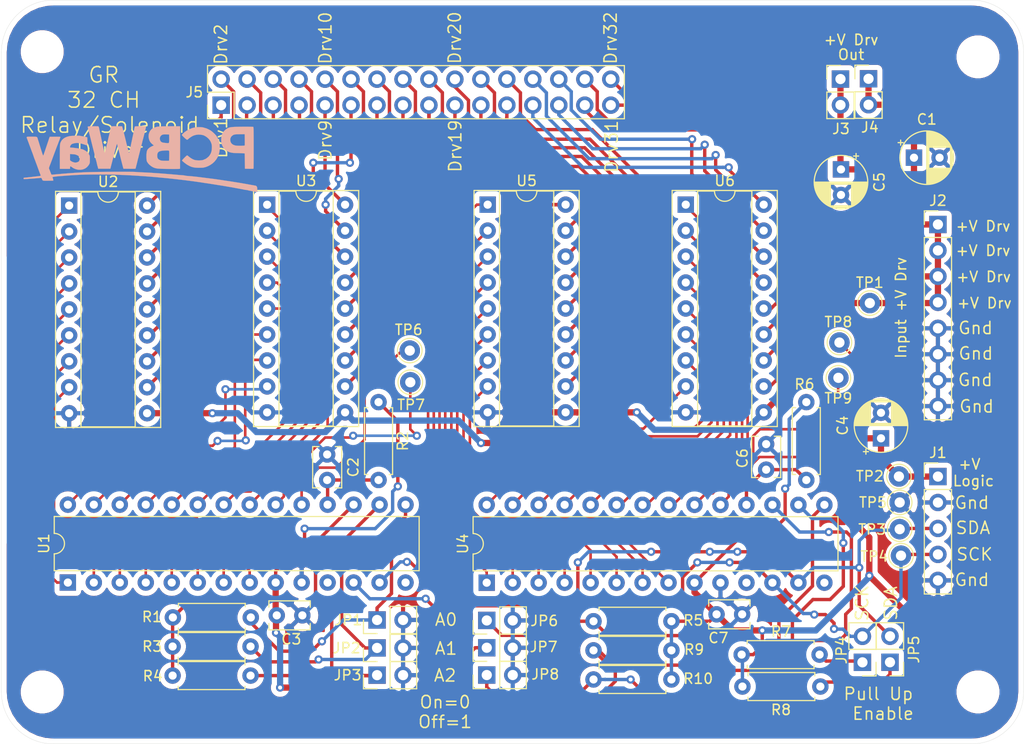
<source format=kicad_pcb>
(kicad_pcb (version 20171130) (host pcbnew "(5.1.2-1)-1")
  (layers (0 F.Cu signal) (31 B.Cu signal) (34 B.Paste user hide) (35 F.Paste user hide) (36 B.SilkS user) (37 F.SilkS user) (38 B.Mask user) (39 F.Mask user) (44 Edge.Cuts user))
  (net 0 "")
  (net 1 VCC)
  (net 2 GNDREF)
  (net 3 Vdrive)
  (net 4 /SDA)
  (net 5 /SCK)
  (net 6 "Net-(JP5-Pad1)")
  (net 7 "Net-(JP4-Pad1)")
  (net 8 "Net-(U1-Pad11)")
  (net 9 "Net-(U1-Pad14)")
  (net 10 "Net-(C2-Pad2)")
  (net 11 "Net-(C6-Pad2)")
  (net 12 /Drv32)
  (net 13 /Drv31)
  (net 14 /Drv30)
  (net 15 /Drv29)
  (net 16 /Drv28)
  (net 17 /Drv27)
  (net 18 /Drv26)
  (net 19 /Drv25)
  (net 20 /Drv24)
  (net 21 /Drv23)
  (net 22 /Drv22)
  (net 23 /Drv21)
  (net 24 /Drv20)
  (net 25 /Drv19)
  (net 26 /Drv18)
  (net 27 /Drv17)
  (net 28 /Drv16)
  (net 29 /Drv15)
  (net 30 /Drv14)
  (net 31 /Drv13)
  (net 32 /Drv12)
  (net 33 /Drv11)
  (net 34 /Drv10)
  (net 35 /Drv9)
  (net 36 /Drv8)
  (net 37 /Drv7)
  (net 38 /Drv6)
  (net 39 /Drv5)
  (net 40 /Drv4)
  (net 41 /Drv3)
  (net 42 /Drv2)
  (net 43 /Drv1)
  (net 44 "/Driver 1-16/A0")
  (net 45 "/Driver 1-16/A1")
  (net 46 "/Driver 1-16/A2")
  (net 47 "/Driver 17-32/A0")
  (net 48 "/Driver 17-32/A1")
  (net 49 "/Driver 17-32/A2")
  (net 50 "Net-(TP6-Pad1)")
  (net 51 "Net-(TP7-Pad1)")
  (net 52 "Net-(TP8-Pad1)")
  (net 53 "Net-(TP9-Pad1)")
  (net 54 "/Driver 1-16/Out1")
  (net 55 "/Driver 1-16/Out2")
  (net 56 "/Driver 1-16/Out3")
  (net 57 "/Driver 1-16/Out4")
  (net 58 "/Driver 1-16/Out5")
  (net 59 "/Driver 1-16/Out6")
  (net 60 "/Driver 1-16/Out7")
  (net 61 "/Driver 1-16/Out9")
  (net 62 "/Driver 1-16/Out8")
  (net 63 "/Driver 1-16/Out10")
  (net 64 "/Driver 1-16/Out11")
  (net 65 "/Driver 1-16/Out12")
  (net 66 "/Driver 1-16/Out13")
  (net 67 "/Driver 1-16/Out14")
  (net 68 "/Driver 1-16/Out15")
  (net 69 "/Driver 1-16/Out16")
  (net 70 "/Driver 17-32/Out16")
  (net 71 "Net-(U4-Pad14)")
  (net 72 "/Driver 17-32/Out15")
  (net 73 "/Driver 17-32/Out14")
  (net 74 "/Driver 17-32/Out13")
  (net 75 "Net-(U4-Pad11)")
  (net 76 "/Driver 17-32/Out12")
  (net 77 "/Driver 17-32/Out11")
  (net 78 "/Driver 17-32/Out10")
  (net 79 "/Driver 17-32/Out8")
  (net 80 "/Driver 17-32/Out9")
  (net 81 "/Driver 17-32/Out7")
  (net 82 "/Driver 17-32/Out6")
  (net 83 "/Driver 17-32/Out5")
  (net 84 "/Driver 17-32/Out4")
  (net 85 "/Driver 17-32/Out3")
  (net 86 "/Driver 17-32/Out2")
  (net 87 "/Driver 17-32/Out1")
  (module "_Custom_Footprints:pcb way logo" (layer B.Cu) (at 101.6 79.7306 180)
    (fp_text reference G*** hide)
    (fp_text value LOGO hide)
  )
  (module MountingHole:MountingHole_3.2mm_M3 (layer F.Cu) (at 92.075 68.453)
    (fp_text reference MH1 hide)
    (fp_text value MountingHole)
    (pad "" np_thru_hole circle (at -0.075 0.089) (size 3.2 3.2) (drill 3.2) (layers *.Cu *.Mask))
  )
  (module MountingHole:MountingHole_3.2mm_M3 (layer F.Cu) (at 183.515 68.453)
    (fp_text reference MH2 hide)
    (fp_text value MountingHole)
    (pad "" np_thru_hole circle (at -0.015 0.597) (size 3.2 3.2) (drill 3.2) (layers *.Cu *.Mask))
  )
  (module MountingHole:MountingHole_3.2mm_M3 (layer F.Cu) (at 184.531 131.191)
    (fp_text reference MH3 hide)
    (fp_text value MountingHole)
    (pad "" np_thru_hole circle (at -1.031 0) (size 3.2 3.2) (drill 3.2) (layers *.Cu *.Mask))
  )
  (module MountingHole:MountingHole_3.2mm_M3 (layer F.Cu) (at 93.091 131.191)
    (fp_text reference MH4 hide)
    (fp_text value MountingHole)
    (pad "" np_thru_hole circle (at -1.091 0) (size 3.2 3.2) (drill 3.2) (layers *.Cu *.Mask))
  )
  (module Capacitor_THT:CP_Radial_D5.0mm_P2.50mm (layer F.Cu) (at 177.2412 78.9178)
    (fp_text reference C1 (at 1.25 -3.75) (layer F.SilkS))
    (fp_text value 10uF)
    (pad 1 thru_hole rect (at 0 0) (size 1.6 1.6) (drill 0.8) (layers *.Cu *.Mask) (net 3 Vdrive))
    (pad 2 thru_hole circle (at 2.5 0) (size 1.6 1.6) (drill 0.8) (layers *.Cu *.Mask) (net 2 GNDREF))
  )
  (module Capacitor_THT:C_Disc_D3.8mm_W2.6mm_P2.50mm (layer F.Cu) (at 119.8626 107.95508 270)
    (fp_text reference C2 (at 1.25 -2.55 90) (layer F.SilkS))
    (fp_text value 100nF)
    (pad 1 thru_hole circle (at 0 0 270) (size 1.6 1.6) (drill 0.8) (layers *.Cu *.Mask) (net 2 GNDREF))
    (pad 2 thru_hole circle (at 2.5 0 270) (size 1.6 1.6) (drill 0.8) (layers *.Cu *.Mask) (net 10 "Net-(C2-Pad2)"))
  )
  (module Capacitor_THT:C_Disc_D3.8mm_W2.6mm_P2.50mm (layer F.Cu) (at 114.935 123.698)
    (fp_text reference C3 (at 1.4224 2.3368) (layer F.SilkS))
    (fp_text value 100nF)
    (pad 2 thru_hole circle (at 2.5 0) (size 1.6 1.6) (drill 0.8) (layers *.Cu *.Mask) (net 2 GNDREF))
    (pad 1 thru_hole circle (at 0 0) (size 1.6 1.6) (drill 0.8) (layers *.Cu *.Mask) (net 1 VCC))
  )
  (module Capacitor_THT:CP_Radial_D5.0mm_P2.50mm (layer F.Cu) (at 174.0154 106.3752 90)
    (fp_text reference C4 (at 1.25 -3.75 90) (layer F.SilkS))
    (fp_text value 10uF)
    (pad 1 thru_hole rect (at 0 0 90) (size 1.6 1.6) (drill 0.8) (layers *.Cu *.Mask) (net 1 VCC))
    (pad 2 thru_hole circle (at 2.5 0 90) (size 1.6 1.6) (drill 0.8) (layers *.Cu *.Mask) (net 2 GNDREF))
  )
  (module Capacitor_THT:CP_Radial_D5.0mm_P2.50mm (layer F.Cu) (at 170.1038 80.0608 270)
    (fp_text reference C5 (at 1.25 -3.75 90) (layer F.SilkS))
    (fp_text value 10uF)
    (pad 2 thru_hole circle (at 2.5 0 270) (size 1.6 1.6) (drill 0.8) (layers *.Cu *.Mask) (net 2 GNDREF))
    (pad 1 thru_hole rect (at 0 0 270) (size 1.6 1.6) (drill 0.8) (layers *.Cu *.Mask) (net 3 Vdrive))
  )
  (module Capacitor_THT:C_Disc_D3.8mm_W2.6mm_P2.50mm (layer F.Cu) (at 162.78606 106.94162 270)
    (fp_text reference C6 (at 1.3843 2.32156 90) (layer F.SilkS))
    (fp_text value 100nF)
    (pad 1 thru_hole circle (at 0 0 270) (size 1.6 1.6) (drill 0.8) (layers *.Cu *.Mask) (net 2 GNDREF))
    (pad 2 thru_hole circle (at 2.5 0 270) (size 1.6 1.6) (drill 0.8) (layers *.Cu *.Mask) (net 11 "Net-(C6-Pad2)"))
  )
  (module Capacitor_THT:C_Disc_D3.8mm_W2.6mm_P2.50mm (layer F.Cu) (at 157.9372 123.5964)
    (fp_text reference C7 (at 0.1778 2.3114) (layer F.SilkS))
    (fp_text value 100nF)
    (pad 2 thru_hole circle (at 2.5 0) (size 1.6 1.6) (drill 0.8) (layers *.Cu *.Mask) (net 2 GNDREF))
    (pad 1 thru_hole circle (at 0 0) (size 1.6 1.6) (drill 0.8) (layers *.Cu *.Mask) (net 1 VCC))
  )
  (module Connector_PinHeader_2.54mm:PinHeader_1x05_P2.54mm_Vertical (layer F.Cu) (at 179.58308 110.11662)
    (fp_text reference J1 (at 0 -2.33) (layer F.SilkS))
    (fp_text value Conn_01x05)
    (pad 1 thru_hole rect (at 0 0) (size 1.7 1.7) (drill 1) (layers *.Cu *.Mask) (net 1 VCC))
    (pad 2 thru_hole oval (at 0 2.54) (size 1.7 1.7) (drill 1) (layers *.Cu *.Mask) (net 2 GNDREF))
    (pad 3 thru_hole oval (at 0 5.08) (size 1.7 1.7) (drill 1) (layers *.Cu *.Mask) (net 4 /SDA))
    (pad 4 thru_hole oval (at 0 7.62) (size 1.7 1.7) (drill 1) (layers *.Cu *.Mask) (net 5 /SCK))
    (pad 5 thru_hole oval (at 0 10.16) (size 1.7 1.7) (drill 1) (layers *.Cu *.Mask) (net 2 GNDREF))
  )
  (module Connector_PinHeader_2.54mm:PinHeader_1x08_P2.54mm_Vertical (layer F.Cu) (at 179.58308 85.45068)
    (fp_text reference J2 (at 0 -2.33) (layer F.SilkS))
    (fp_text value Conn_01x08)
    (pad 1 thru_hole rect (at 0 0) (size 1.7 1.7) (drill 1) (layers *.Cu *.Mask) (net 3 Vdrive))
    (pad 2 thru_hole oval (at 0 2.54) (size 1.7 1.7) (drill 1) (layers *.Cu *.Mask) (net 3 Vdrive))
    (pad 3 thru_hole oval (at 0 5.08) (size 1.7 1.7) (drill 1) (layers *.Cu *.Mask) (net 3 Vdrive))
    (pad 4 thru_hole oval (at 0 7.62) (size 1.7 1.7) (drill 1) (layers *.Cu *.Mask) (net 3 Vdrive))
    (pad 5 thru_hole oval (at 0 10.16) (size 1.7 1.7) (drill 1) (layers *.Cu *.Mask) (net 2 GNDREF))
    (pad 6 thru_hole oval (at 0 12.7) (size 1.7 1.7) (drill 1) (layers *.Cu *.Mask) (net 2 GNDREF))
    (pad 7 thru_hole oval (at 0 15.24) (size 1.7 1.7) (drill 1) (layers *.Cu *.Mask) (net 2 GNDREF))
    (pad 8 thru_hole oval (at 0 17.78) (size 1.7 1.7) (drill 1) (layers *.Cu *.Mask) (net 2 GNDREF))
  )
  (module Connector_PinHeader_2.54mm:PinHeader_1x02_P2.54mm_Vertical (layer F.Cu) (at 170.053 71.2216)
    (fp_text reference J3 (at 0.0508 4.8768) (layer F.SilkS))
    (fp_text value Conn_01x02)
    (pad 1 thru_hole rect (at 0 0) (size 1.7 1.7) (drill 1) (layers *.Cu *.Mask) (net 3 Vdrive))
    (pad 2 thru_hole oval (at 0 2.54) (size 1.7 1.7) (drill 1) (layers *.Cu *.Mask) (net 3 Vdrive))
  )
  (module Connector_PinHeader_2.54mm:PinHeader_1x02_P2.54mm_Vertical (layer F.Cu) (at 172.7962 71.1962)
    (fp_text reference J4 (at 0.127 4.7498) (layer F.SilkS))
    (fp_text value Conn_01x02)
    (pad 2 thru_hole oval (at 0 2.54) (size 1.7 1.7) (drill 1) (layers *.Cu *.Mask) (net 3 Vdrive))
    (pad 1 thru_hole rect (at 0 0) (size 1.7 1.7) (drill 1) (layers *.Cu *.Mask) (net 3 Vdrive))
  )
  (module Connector_PinHeader_2.54mm:PinHeader_2x16_P2.54mm_Vertical (layer F.Cu) (at 109.49432 73.77684 90)
    (fp_text reference J5 (at 1.26238 -2.62382 180) (layer F.SilkS))
    (fp_text value Conn_02x16_Odd_Even)
    (pad 32 thru_hole oval (at 2.54 38.1 90) (size 1.7 1.7) (drill 1) (layers *.Cu *.Mask) (net 12 /Drv32))
    (pad 31 thru_hole oval (at 0 38.1 90) (size 1.7 1.7) (drill 1) (layers *.Cu *.Mask) (net 13 /Drv31))
    (pad 30 thru_hole oval (at 2.54 35.56 90) (size 1.7 1.7) (drill 1) (layers *.Cu *.Mask) (net 14 /Drv30))
    (pad 29 thru_hole oval (at 0 35.56 90) (size 1.7 1.7) (drill 1) (layers *.Cu *.Mask) (net 15 /Drv29))
    (pad 28 thru_hole oval (at 2.54 33.02 90) (size 1.7 1.7) (drill 1) (layers *.Cu *.Mask) (net 16 /Drv28))
    (pad 27 thru_hole oval (at 0 33.02 90) (size 1.7 1.7) (drill 1) (layers *.Cu *.Mask) (net 17 /Drv27))
    (pad 26 thru_hole oval (at 2.54 30.48 90) (size 1.7 1.7) (drill 1) (layers *.Cu *.Mask) (net 18 /Drv26))
    (pad 25 thru_hole oval (at 0 30.48 90) (size 1.7 1.7) (drill 1) (layers *.Cu *.Mask) (net 19 /Drv25))
    (pad 24 thru_hole oval (at 2.54 27.94 90) (size 1.7 1.7) (drill 1) (layers *.Cu *.Mask) (net 20 /Drv24))
    (pad 23 thru_hole oval (at 0 27.94 90) (size 1.7 1.7) (drill 1) (layers *.Cu *.Mask) (net 21 /Drv23))
    (pad 22 thru_hole oval (at 2.54 25.4 90) (size 1.7 1.7) (drill 1) (layers *.Cu *.Mask) (net 22 /Drv22))
    (pad 21 thru_hole oval (at 0 25.4 90) (size 1.7 1.7) (drill 1) (layers *.Cu *.Mask) (net 23 /Drv21))
    (pad 20 thru_hole oval (at 2.54 22.86 90) (size 1.7 1.7) (drill 1) (layers *.Cu *.Mask) (net 24 /Drv20))
    (pad 19 thru_hole oval (at 0 22.86 90) (size 1.7 1.7) (drill 1) (layers *.Cu *.Mask) (net 25 /Drv19))
    (pad 18 thru_hole oval (at 2.54 20.32 90) (size 1.7 1.7) (drill 1) (layers *.Cu *.Mask) (net 26 /Drv18))
    (pad 17 thru_hole oval (at 0 20.32 90) (size 1.7 1.7) (drill 1) (layers *.Cu *.Mask) (net 27 /Drv17))
    (pad 16 thru_hole oval (at 2.54 17.78 90) (size 1.7 1.7) (drill 1) (layers *.Cu *.Mask) (net 28 /Drv16))
    (pad 15 thru_hole oval (at 0 17.78 90) (size 1.7 1.7) (drill 1) (layers *.Cu *.Mask) (net 29 /Drv15))
    (pad 14 thru_hole oval (at 2.54 15.24 90) (size 1.7 1.7) (drill 1) (layers *.Cu *.Mask) (net 30 /Drv14))
    (pad 13 thru_hole oval (at 0 15.24 90) (size 1.7 1.7) (drill 1) (layers *.Cu *.Mask) (net 31 /Drv13))
    (pad 12 thru_hole oval (at 2.54 12.7 90) (size 1.7 1.7) (drill 1) (layers *.Cu *.Mask) (net 32 /Drv12))
    (pad 11 thru_hole oval (at 0 12.7 90) (size 1.7 1.7) (drill 1) (layers *.Cu *.Mask) (net 33 /Drv11))
    (pad 10 thru_hole oval (at 2.54 10.16 90) (size 1.7 1.7) (drill 1) (layers *.Cu *.Mask) (net 34 /Drv10))
    (pad 9 thru_hole oval (at 0 10.16 90) (size 1.7 1.7) (drill 1) (layers *.Cu *.Mask) (net 35 /Drv9))
    (pad 8 thru_hole oval (at 2.54 7.62 90) (size 1.7 1.7) (drill 1) (layers *.Cu *.Mask) (net 36 /Drv8))
    (pad 7 thru_hole oval (at 0 7.62 90) (size 1.7 1.7) (drill 1) (layers *.Cu *.Mask) (net 37 /Drv7))
    (pad 6 thru_hole oval (at 2.54 5.08 90) (size 1.7 1.7) (drill 1) (layers *.Cu *.Mask) (net 38 /Drv6))
    (pad 5 thru_hole oval (at 0 5.08 90) (size 1.7 1.7) (drill 1) (layers *.Cu *.Mask) (net 39 /Drv5))
    (pad 4 thru_hole oval (at 2.54 2.54 90) (size 1.7 1.7) (drill 1) (layers *.Cu *.Mask) (net 40 /Drv4))
    (pad 3 thru_hole oval (at 0 2.54 90) (size 1.7 1.7) (drill 1) (layers *.Cu *.Mask) (net 41 /Drv3))
    (pad 2 thru_hole oval (at 2.54 0 90) (size 1.7 1.7) (drill 1) (layers *.Cu *.Mask) (net 42 /Drv2))
    (pad 1 thru_hole rect (at 0 0 90) (size 1.7 1.7) (drill 1) (layers *.Cu *.Mask) (net 43 /Drv1))
  )
  (module Connector_PinHeader_2.54mm:PinHeader_1x02_P2.54mm_Vertical (layer F.Cu) (at 124.74194 124.15012 90)
    (fp_text reference JP1 (at 0 -2.81178 180) (layer F.SilkS))
    (fp_text value Conn_01x02)
    (pad 1 thru_hole rect (at 0 0 90) (size 1.7 1.7) (drill 1) (layers *.Cu *.Mask) (net 44 "/Driver 1-16/A0"))
    (pad 2 thru_hole oval (at 0 2.54 90) (size 1.7 1.7) (drill 1) (layers *.Cu *.Mask) (net 2 GNDREF))
  )
  (module Connector_PinHeader_2.54mm:PinHeader_1x02_P2.54mm_Vertical (layer F.Cu) (at 124.7394 126.8857 90)
    (fp_text reference JP2 (at -0.01016 -2.96926 180) (layer F.SilkS))
    (fp_text value Conn_01x02)
    (pad 1 thru_hole rect (at 0 0 90) (size 1.7 1.7) (drill 1) (layers *.Cu *.Mask) (net 45 "/Driver 1-16/A1"))
    (pad 2 thru_hole oval (at 0 2.54 90) (size 1.7 1.7) (drill 1) (layers *.Cu *.Mask) (net 2 GNDREF))
  )
  (module Connector_PinHeader_2.54mm:PinHeader_1x02_P2.54mm_Vertical (layer F.Cu) (at 124.74194 129.54762 90)
    (fp_text reference JP3 (at -0.00254 -2.88036 180) (layer F.SilkS))
    (fp_text value Conn_01x02)
    (pad 2 thru_hole oval (at 0 2.54 90) (size 1.7 1.7) (drill 1) (layers *.Cu *.Mask) (net 2 GNDREF))
    (pad 1 thru_hole rect (at 0 0 90) (size 1.7 1.7) (drill 1) (layers *.Cu *.Mask) (net 46 "/Driver 1-16/A2"))
  )
  (module Connector_PinHeader_2.54mm:PinHeader_1x02_P2.54mm_Vertical (layer F.Cu) (at 172.20184 128.29286 180)
    (fp_text reference JP4 (at 2.04724 1.17602 90) (layer F.SilkS))
    (fp_text value Conn_01x02)
    (pad 1 thru_hole rect (at 0 0 180) (size 1.7 1.7) (drill 1) (layers *.Cu *.Mask) (net 7 "Net-(JP4-Pad1)"))
    (pad 2 thru_hole oval (at 0 2.54 180) (size 1.7 1.7) (drill 1) (layers *.Cu *.Mask) (net 5 /SCK))
  )
  (module Connector_PinHeader_2.54mm:PinHeader_1x02_P2.54mm_Vertical (layer F.Cu) (at 174.89424 128.28524 180)
    (fp_text reference JP5 (at -2.33934 1.24714 90) (layer F.SilkS))
    (fp_text value Conn_01x02)
    (pad 2 thru_hole oval (at 0 2.54 180) (size 1.7 1.7) (drill 1) (layers *.Cu *.Mask) (net 4 /SDA))
    (pad 1 thru_hole rect (at 0 0 180) (size 1.7 1.7) (drill 1) (layers *.Cu *.Mask) (net 6 "Net-(JP5-Pad1)"))
  )
  (module Connector_PinHeader_2.54mm:PinHeader_1x02_P2.54mm_Vertical (layer F.Cu) (at 135.46836 124.19584 90)
    (fp_text reference JP6 (at -0.04064 5.62102 180) (layer F.SilkS))
    (fp_text value Conn_01x02)
    (pad 2 thru_hole oval (at 0 2.54 90) (size 1.7 1.7) (drill 1) (layers *.Cu *.Mask) (net 2 GNDREF))
    (pad 1 thru_hole rect (at 0 0 90) (size 1.7 1.7) (drill 1) (layers *.Cu *.Mask) (net 47 "/Driver 17-32/A0"))
  )
  (module Connector_PinHeader_2.54mm:PinHeader_1x02_P2.54mm_Vertical (layer F.Cu) (at 135.46836 126.86538 90)
    (fp_text reference JP7 (at 0.08128 5.56006 180) (layer F.SilkS))
    (fp_text value Conn_01x02)
    (pad 1 thru_hole rect (at 0 0 90) (size 1.7 1.7) (drill 1) (layers *.Cu *.Mask) (net 48 "/Driver 17-32/A1"))
    (pad 2 thru_hole oval (at 0 2.54 90) (size 1.7 1.7) (drill 1) (layers *.Cu *.Mask) (net 2 GNDREF))
  )
  (module Connector_PinHeader_2.54mm:PinHeader_1x02_P2.54mm_Vertical (layer F.Cu) (at 135.46836 129.53746 90)
    (fp_text reference JP8 (at 0.06604 5.72008 180) (layer F.SilkS))
    (fp_text value Conn_01x02)
    (pad 2 thru_hole oval (at 0 2.54 90) (size 1.7 1.7) (drill 1) (layers *.Cu *.Mask) (net 2 GNDREF))
    (pad 1 thru_hole rect (at 0 0 90) (size 1.7 1.7) (drill 1) (layers *.Cu *.Mask) (net 49 "/Driver 17-32/A2"))
  )
  (module Resistor_THT:R_Axial_DIN0207_L6.3mm_D2.5mm_P7.62mm_Horizontal (layer F.Cu) (at 104.775 123.9012)
    (fp_text reference R1 (at -2.04724 -0.05334) (layer F.SilkS))
    (fp_text value 10K)
    (pad 2 thru_hole oval (at 7.62 0) (size 1.6 1.6) (drill 0.8) (layers *.Cu *.Mask) (net 44 "/Driver 1-16/A0"))
    (pad 1 thru_hole circle (at 0 0) (size 1.6 1.6) (drill 0.8) (layers *.Cu *.Mask) (net 1 VCC))
  )
  (module Resistor_THT:R_Axial_DIN0207_L6.3mm_D2.5mm_P7.62mm_Horizontal (layer F.Cu) (at 124.88672 102.83444 270)
    (fp_text reference R2 (at 3.81 -2.37 90) (layer F.SilkS))
    (fp_text value 10K)
    (pad 1 thru_hole circle (at 0 0 270) (size 1.6 1.6) (drill 0.8) (layers *.Cu *.Mask) (net 1 VCC))
    (pad 2 thru_hole oval (at 7.62 0 270) (size 1.6 1.6) (drill 0.8) (layers *.Cu *.Mask) (net 10 "Net-(C2-Pad2)"))
  )
  (module Resistor_THT:R_Axial_DIN0207_L6.3mm_D2.5mm_P7.62mm_Horizontal (layer F.Cu) (at 104.7496 126.746)
    (fp_text reference R3 (at -1.99644 0) (layer F.SilkS))
    (fp_text value 10K)
    (pad 1 thru_hole circle (at 0 0) (size 1.6 1.6) (drill 0.8) (layers *.Cu *.Mask) (net 1 VCC))
    (pad 2 thru_hole oval (at 7.62 0) (size 1.6 1.6) (drill 0.8) (layers *.Cu *.Mask) (net 45 "/Driver 1-16/A1"))
  )
  (module Resistor_THT:R_Axial_DIN0207_L6.3mm_D2.5mm_P7.62mm_Horizontal (layer F.Cu) (at 104.7496 129.5908)
    (fp_text reference R4 (at -1.94564 0.0508) (layer F.SilkS))
    (fp_text value 10K)
    (pad 2 thru_hole oval (at 7.62 0) (size 1.6 1.6) (drill 0.8) (layers *.Cu *.Mask) (net 46 "/Driver 1-16/A2"))
    (pad 1 thru_hole circle (at 0 0) (size 1.6 1.6) (drill 0.8) (layers *.Cu *.Mask) (net 1 VCC))
  )
  (module Resistor_THT:R_Axial_DIN0207_L6.3mm_D2.5mm_P7.62mm_Horizontal (layer F.Cu) (at 153.52522 124.27204 180)
    (fp_text reference R5 (at -2.13868 0.07874) (layer F.SilkS))
    (fp_text value 10K)
    (pad 2 thru_hole oval (at 7.62 0 180) (size 1.6 1.6) (drill 0.8) (layers *.Cu *.Mask) (net 47 "/Driver 17-32/A0"))
    (pad 1 thru_hole circle (at 0 0 180) (size 1.6 1.6) (drill 0.8) (layers *.Cu *.Mask) (net 1 VCC))
  )
  (module Resistor_THT:R_Axial_DIN0207_L6.3mm_D2.5mm_P7.62mm_Horizontal (layer F.Cu) (at 166.7129 102.83444 270)
    (fp_text reference R6 (at -1.7399 0.1778 180) (layer F.SilkS))
    (fp_text value 10K)
    (pad 1 thru_hole circle (at 0 0 270) (size 1.6 1.6) (drill 0.8) (layers *.Cu *.Mask) (net 1 VCC))
    (pad 2 thru_hole oval (at 7.62 0 270) (size 1.6 1.6) (drill 0.8) (layers *.Cu *.Mask) (net 11 "Net-(C6-Pad2)"))
  )
  (module Resistor_THT:R_Axial_DIN0207_L6.3mm_D2.5mm_P7.62mm_Horizontal (layer F.Cu) (at 160.39084 127.53848)
    (fp_text reference R7 (at 3.84556 -2.26568) (layer F.SilkS))
    (fp_text value 10K)
    (pad 1 thru_hole circle (at 0 0) (size 1.6 1.6) (drill 0.8) (layers *.Cu *.Mask) (net 1 VCC))
    (pad 2 thru_hole oval (at 7.62 0) (size 1.6 1.6) (drill 0.8) (layers *.Cu *.Mask) (net 7 "Net-(JP4-Pad1)"))
  )
  (module Resistor_THT:R_Axial_DIN0207_L6.3mm_D2.5mm_P7.62mm_Horizontal (layer F.Cu) (at 160.46704 130.66268)
    (fp_text reference R8 (at 3.76936 2.28092) (layer F.SilkS))
    (fp_text value 10K)
    (pad 1 thru_hole circle (at 0 0) (size 1.6 1.6) (drill 0.8) (layers *.Cu *.Mask) (net 1 VCC))
    (pad 2 thru_hole oval (at 7.62 0) (size 1.6 1.6) (drill 0.8) (layers *.Cu *.Mask) (net 6 "Net-(JP5-Pad1)"))
  )
  (module Resistor_THT:R_Axial_DIN0207_L6.3mm_D2.5mm_P7.62mm_Horizontal (layer F.Cu) (at 153.52522 127.12192 180)
    (fp_text reference R9 (at -2.21742 0.07874) (layer F.SilkS))
    (fp_text value 10K)
    (pad 1 thru_hole circle (at 0 0 180) (size 1.6 1.6) (drill 0.8) (layers *.Cu *.Mask) (net 1 VCC))
    (pad 2 thru_hole oval (at 7.62 0 180) (size 1.6 1.6) (drill 0.8) (layers *.Cu *.Mask) (net 48 "/Driver 17-32/A1"))
  )
  (module Resistor_THT:R_Axial_DIN0207_L6.3mm_D2.5mm_P7.62mm_Horizontal (layer F.Cu) (at 153.52522 129.9718 180)
    (fp_text reference R10 (at -2.61366 0.07874) (layer F.SilkS))
    (fp_text value 10K)
    (pad 2 thru_hole oval (at 7.62 0 180) (size 1.6 1.6) (drill 0.8) (layers *.Cu *.Mask) (net 49 "/Driver 17-32/A2"))
    (pad 1 thru_hole circle (at 0 0 180) (size 1.6 1.6) (drill 0.8) (layers *.Cu *.Mask) (net 1 VCC))
  )
  (module TestPoint:TestPoint_THTPad_D2.0mm_Drill1.0mm (layer F.Cu) (at 172.9232 93.1418)
    (fp_text reference TP1 (at 0 -1.998) (layer F.SilkS))
    (fp_text value TestPoint_Alt)
    (pad 1 thru_hole circle (at 0 0) (size 2 2) (drill 1) (layers *.Cu *.Mask) (net 3 Vdrive))
  )
  (module TestPoint:TestPoint_THTPad_D2.0mm_Drill1.0mm (layer F.Cu) (at 175.768 110.109)
    (fp_text reference TP2 (at -2.8448 -0.0254) (layer F.SilkS))
    (fp_text value TestPoint_Alt)
    (pad 1 thru_hole circle (at 0 0) (size 2 2) (drill 1) (layers *.Cu *.Mask) (net 1 VCC))
  )
  (module TestPoint:TestPoint_THTPad_D2.0mm_Drill1.0mm (layer F.Cu) (at 175.8442 115.2652)
    (fp_text reference TP3 (at -2.6924 0.0254) (layer F.SilkS))
    (fp_text value TestPoint_Alt)
    (pad 1 thru_hole circle (at 0 0) (size 2 2) (drill 1) (layers *.Cu *.Mask) (net 4 /SDA))
  )
  (module TestPoint:TestPoint_THTPad_D2.0mm_Drill1.0mm (layer F.Cu) (at 175.9712 117.856)
    (fp_text reference TP4 (at -2.6162 0.0762) (layer F.SilkS))
    (fp_text value TestPoint_Alt)
    (pad 1 thru_hole circle (at 0 0) (size 2 2) (drill 1) (layers *.Cu *.Mask) (net 5 /SCK))
  )
  (module TestPoint:TestPoint_THTPad_D2.0mm_Drill1.0mm (layer F.Cu) (at 175.8442 112.649)
    (fp_text reference TP5 (at -2.6162 0) (layer F.SilkS))
    (fp_text value TestPoint_Alt)
    (pad 1 thru_hole circle (at 0 0) (size 2 2) (drill 1) (layers *.Cu *.Mask) (net 2 GNDREF))
  )
  (module TestPoint:TestPoint_THTPad_D2.0mm_Drill1.0mm (layer F.Cu) (at 127.9398 97.79 90)
    (fp_text reference TP6 (at 2.032 -0.1016 180) (layer F.SilkS))
    (fp_text value TestPoint_Alt)
    (pad 1 thru_hole circle (at 0 0 90) (size 2 2) (drill 1) (layers *.Cu *.Mask) (net 50 "Net-(TP6-Pad1)"))
  )
  (module TestPoint:TestPoint_THTPad_D2.0mm_Drill1.0mm (layer F.Cu) (at 127.9906 100.8888 90)
    (fp_text reference TP7 (at -2.2098 0.0762 180) (layer F.SilkS))
    (fp_text value TestPoint_Alt)
    (pad 1 thru_hole circle (at 0 0 90) (size 2 2) (drill 1) (layers *.Cu *.Mask) (net 51 "Net-(TP7-Pad1)"))
  )
  (module TestPoint:TestPoint_THTPad_D2.0mm_Drill1.0mm (layer F.Cu) (at 169.9514 97.0026 180)
    (fp_text reference TP8 (at 0.1016 2.0066) (layer F.SilkS))
    (fp_text value TestPoint_Alt)
    (pad 1 thru_hole circle (at 0 0 180) (size 2 2) (drill 1) (layers *.Cu *.Mask) (net 52 "Net-(TP8-Pad1)"))
  )
  (module TestPoint:TestPoint_THTPad_D2.0mm_Drill1.0mm (layer F.Cu) (at 169.8498 100.457 180)
    (fp_text reference TP9 (at 0 -1.998) (layer F.SilkS))
    (fp_text value TestPoint_Alt)
    (pad 1 thru_hole circle (at 0 0 180) (size 2 2) (drill 1) (layers *.Cu *.Mask) (net 53 "Net-(TP9-Pad1)"))
  )
  (module Package_DIP:DIP-28_W7.62mm (layer F.Cu) (at 94.50578 120.48744 90)
    (fp_text reference U1 (at 3.81 -2.33 90) (layer F.SilkS))
    (fp_text value MCP23017_SP)
    (pad 1 thru_hole rect (at 0 0 90) (size 1.6 1.6) (drill 0.8) (layers *.Cu *.Mask) (net 54 "/Driver 1-16/Out1"))
    (pad 15 thru_hole oval (at 7.62 33.02 90) (size 1.6 1.6) (drill 0.8) (layers *.Cu *.Mask) (net 44 "/Driver 1-16/A0"))
    (pad 2 thru_hole oval (at 0 2.54 90) (size 1.6 1.6) (drill 0.8) (layers *.Cu *.Mask) (net 55 "/Driver 1-16/Out2"))
    (pad 16 thru_hole oval (at 7.62 30.48 90) (size 1.6 1.6) (drill 0.8) (layers *.Cu *.Mask) (net 45 "/Driver 1-16/A1"))
    (pad 3 thru_hole oval (at 0 5.08 90) (size 1.6 1.6) (drill 0.8) (layers *.Cu *.Mask) (net 56 "/Driver 1-16/Out3"))
    (pad 17 thru_hole oval (at 7.62 27.94 90) (size 1.6 1.6) (drill 0.8) (layers *.Cu *.Mask) (net 46 "/Driver 1-16/A2"))
    (pad 4 thru_hole oval (at 0 7.62 90) (size 1.6 1.6) (drill 0.8) (layers *.Cu *.Mask) (net 57 "/Driver 1-16/Out4"))
    (pad 18 thru_hole oval (at 7.62 25.4 90) (size 1.6 1.6) (drill 0.8) (layers *.Cu *.Mask) (net 10 "Net-(C2-Pad2)"))
    (pad 5 thru_hole oval (at 0 10.16 90) (size 1.6 1.6) (drill 0.8) (layers *.Cu *.Mask) (net 58 "/Driver 1-16/Out5"))
    (pad 19 thru_hole oval (at 7.62 22.86 90) (size 1.6 1.6) (drill 0.8) (layers *.Cu *.Mask) (net 50 "Net-(TP6-Pad1)"))
    (pad 6 thru_hole oval (at 0 12.7 90) (size 1.6 1.6) (drill 0.8) (layers *.Cu *.Mask) (net 59 "/Driver 1-16/Out6"))
    (pad 20 thru_hole oval (at 7.62 20.32 90) (size 1.6 1.6) (drill 0.8) (layers *.Cu *.Mask) (net 51 "Net-(TP7-Pad1)"))
    (pad 7 thru_hole oval (at 0 15.24 90) (size 1.6 1.6) (drill 0.8) (layers *.Cu *.Mask) (net 60 "/Driver 1-16/Out7"))
    (pad 21 thru_hole oval (at 7.62 17.78 90) (size 1.6 1.6) (drill 0.8) (layers *.Cu *.Mask) (net 61 "/Driver 1-16/Out9"))
    (pad 8 thru_hole oval (at 0 17.78 90) (size 1.6 1.6) (drill 0.8) (layers *.Cu *.Mask) (net 62 "/Driver 1-16/Out8"))
    (pad 22 thru_hole oval (at 7.62 15.24 90) (size 1.6 1.6) (drill 0.8) (layers *.Cu *.Mask) (net 63 "/Driver 1-16/Out10"))
    (pad 9 thru_hole oval (at 0 20.32 90) (size 1.6 1.6) (drill 0.8) (layers *.Cu *.Mask) (net 1 VCC))
    (pad 23 thru_hole oval (at 7.62 12.7 90) (size 1.6 1.6) (drill 0.8) (layers *.Cu *.Mask) (net 64 "/Driver 1-16/Out11"))
    (pad 10 thru_hole oval (at 0 22.86 90) (size 1.6 1.6) (drill 0.8) (layers *.Cu *.Mask) (net 2 GNDREF))
    (pad 24 thru_hole oval (at 7.62 10.16 90) (size 1.6 1.6) (drill 0.8) (layers *.Cu *.Mask) (net 65 "/Driver 1-16/Out12"))
    (pad 11 thru_hole oval (at 0 25.4 90) (size 1.6 1.6) (drill 0.8) (layers *.Cu *.Mask) (net 8 "Net-(U1-Pad11)"))
    (pad 25 thru_hole oval (at 7.62 7.62 90) (size 1.6 1.6) (drill 0.8) (layers *.Cu *.Mask) (net 66 "/Driver 1-16/Out13"))
    (pad 12 thru_hole oval (at 0 27.94 90) (size 1.6 1.6) (drill 0.8) (layers *.Cu *.Mask) (net 5 /SCK))
    (pad 26 thru_hole oval (at 7.62 5.08 90) (size 1.6 1.6) (drill 0.8) (layers *.Cu *.Mask) (net 67 "/Driver 1-16/Out14"))
    (pad 13 thru_hole oval (at 0 30.48 90) (size 1.6 1.6) (drill 0.8) (layers *.Cu *.Mask) (net 4 /SDA))
    (pad 27 thru_hole oval (at 7.62 2.54 90) (size 1.6 1.6) (drill 0.8) (layers *.Cu *.Mask) (net 68 "/Driver 1-16/Out15"))
    (pad 14 thru_hole oval (at 0 33.02 90) (size 1.6 1.6) (drill 0.8) (layers *.Cu *.Mask) (net 9 "Net-(U1-Pad14)"))
    (pad 28 thru_hole oval (at 7.62 0 90) (size 1.6 1.6) (drill 0.8) (layers *.Cu *.Mask) (net 69 "/Driver 1-16/Out16"))
  )
  (module Package_DIP:DIP-18_W7.62mm_Socket (layer F.Cu) (at 94.63278 83.59902)
    (fp_text reference U2 (at 3.81 -2.33) (layer F.SilkS))
    (fp_text value ULN2803)
    (pad 18 thru_hole oval (at 7.62 0) (size 1.6 1.6) (drill 0.8) (layers *.Cu *.Mask) (net 43 /Drv1))
    (pad 9 thru_hole oval (at 0 20.32) (size 1.6 1.6) (drill 0.8) (layers *.Cu *.Mask) (net 2 GNDREF))
    (pad 17 thru_hole oval (at 7.62 2.54) (size 1.6 1.6) (drill 0.8) (layers *.Cu *.Mask) (net 42 /Drv2))
    (pad 8 thru_hole oval (at 0 17.78) (size 1.6 1.6) (drill 0.8) (layers *.Cu *.Mask) (net 62 "/Driver 1-16/Out8"))
    (pad 16 thru_hole oval (at 7.62 5.08) (size 1.6 1.6) (drill 0.8) (layers *.Cu *.Mask) (net 41 /Drv3))
    (pad 7 thru_hole oval (at 0 15.24) (size 1.6 1.6) (drill 0.8) (layers *.Cu *.Mask) (net 60 "/Driver 1-16/Out7"))
    (pad 15 thru_hole oval (at 7.62 7.62) (size 1.6 1.6) (drill 0.8) (layers *.Cu *.Mask) (net 40 /Drv4))
    (pad 6 thru_hole oval (at 0 12.7) (size 1.6 1.6) (drill 0.8) (layers *.Cu *.Mask) (net 59 "/Driver 1-16/Out6"))
    (pad 14 thru_hole oval (at 7.62 10.16) (size 1.6 1.6) (drill 0.8) (layers *.Cu *.Mask) (net 39 /Drv5))
    (pad 5 thru_hole oval (at 0 10.16) (size 1.6 1.6) (drill 0.8) (layers *.Cu *.Mask) (net 58 "/Driver 1-16/Out5"))
    (pad 13 thru_hole oval (at 7.62 12.7) (size 1.6 1.6) (drill 0.8) (layers *.Cu *.Mask) (net 38 /Drv6))
    (pad 4 thru_hole oval (at 0 7.62) (size 1.6 1.6) (drill 0.8) (layers *.Cu *.Mask) (net 57 "/Driver 1-16/Out4"))
    (pad 12 thru_hole oval (at 7.62 15.24) (size 1.6 1.6) (drill 0.8) (layers *.Cu *.Mask) (net 37 /Drv7))
    (pad 3 thru_hole oval (at 0 5.08) (size 1.6 1.6) (drill 0.8) (layers *.Cu *.Mask) (net 56 "/Driver 1-16/Out3"))
    (pad 11 thru_hole oval (at 7.62 17.78) (size 1.6 1.6) (drill 0.8) (layers *.Cu *.Mask) (net 36 /Drv8))
    (pad 2 thru_hole oval (at 0 2.54) (size 1.6 1.6) (drill 0.8) (layers *.Cu *.Mask) (net 55 "/Driver 1-16/Out2"))
    (pad 10 thru_hole oval (at 7.62 20.32) (size 1.6 1.6) (drill 0.8) (layers *.Cu *.Mask) (net 3 Vdrive))
    (pad 1 thru_hole rect (at 0 0) (size 1.6 1.6) (drill 0.8) (layers *.Cu *.Mask) (net 54 "/Driver 1-16/Out1"))
  )
  (module Package_DIP:DIP-18_W7.62mm_Socket (layer F.Cu) (at 113.99266 83.51774)
    (fp_text reference U3 (at 3.81 -2.33) (layer F.SilkS))
    (fp_text value ULN2803)
    (pad 1 thru_hole rect (at 0 0) (size 1.6 1.6) (drill 0.8) (layers *.Cu *.Mask) (net 61 "/Driver 1-16/Out9"))
    (pad 10 thru_hole oval (at 7.62 20.32) (size 1.6 1.6) (drill 0.8) (layers *.Cu *.Mask) (net 3 Vdrive))
    (pad 2 thru_hole oval (at 0 2.54) (size 1.6 1.6) (drill 0.8) (layers *.Cu *.Mask) (net 63 "/Driver 1-16/Out10"))
    (pad 11 thru_hole oval (at 7.62 17.78) (size 1.6 1.6) (drill 0.8) (layers *.Cu *.Mask) (net 28 /Drv16))
    (pad 3 thru_hole oval (at 0 5.08) (size 1.6 1.6) (drill 0.8) (layers *.Cu *.Mask) (net 64 "/Driver 1-16/Out11"))
    (pad 12 thru_hole oval (at 7.62 15.24) (size 1.6 1.6) (drill 0.8) (layers *.Cu *.Mask) (net 29 /Drv15))
    (pad 4 thru_hole oval (at 0 7.62) (size 1.6 1.6) (drill 0.8) (layers *.Cu *.Mask) (net 65 "/Driver 1-16/Out12"))
    (pad 13 thru_hole oval (at 7.62 12.7) (size 1.6 1.6) (drill 0.8) (layers *.Cu *.Mask) (net 30 /Drv14))
    (pad 5 thru_hole oval (at 0 10.16) (size 1.6 1.6) (drill 0.8) (layers *.Cu *.Mask) (net 66 "/Driver 1-16/Out13"))
    (pad 14 thru_hole oval (at 7.62 10.16) (size 1.6 1.6) (drill 0.8) (layers *.Cu *.Mask) (net 31 /Drv13))
    (pad 6 thru_hole oval (at 0 12.7) (size 1.6 1.6) (drill 0.8) (layers *.Cu *.Mask) (net 67 "/Driver 1-16/Out14"))
    (pad 15 thru_hole oval (at 7.62 7.62) (size 1.6 1.6) (drill 0.8) (layers *.Cu *.Mask) (net 32 /Drv12))
    (pad 7 thru_hole oval (at 0 15.24) (size 1.6 1.6) (drill 0.8) (layers *.Cu *.Mask) (net 68 "/Driver 1-16/Out15"))
    (pad 16 thru_hole oval (at 7.62 5.08) (size 1.6 1.6) (drill 0.8) (layers *.Cu *.Mask) (net 33 /Drv11))
    (pad 8 thru_hole oval (at 0 17.78) (size 1.6 1.6) (drill 0.8) (layers *.Cu *.Mask) (net 69 "/Driver 1-16/Out16"))
    (pad 17 thru_hole oval (at 7.62 2.54) (size 1.6 1.6) (drill 0.8) (layers *.Cu *.Mask) (net 34 /Drv10))
    (pad 9 thru_hole oval (at 0 20.32) (size 1.6 1.6) (drill 0.8) (layers *.Cu *.Mask) (net 2 GNDREF))
    (pad 18 thru_hole oval (at 7.62 0) (size 1.6 1.6) (drill 0.8) (layers *.Cu *.Mask) (net 35 /Drv9))
  )
  (module Package_DIP:DIP-28_W7.62mm (layer F.Cu) (at 135.46074 120.50268 90)
    (fp_text reference U4 (at 3.81 -2.33 90) (layer F.SilkS))
    (fp_text value MCP23017_SP)
    (pad 28 thru_hole oval (at 7.62 0 90) (size 1.6 1.6) (drill 0.8) (layers *.Cu *.Mask) (net 70 "/Driver 17-32/Out16"))
    (pad 14 thru_hole oval (at 0 33.02 90) (size 1.6 1.6) (drill 0.8) (layers *.Cu *.Mask) (net 71 "Net-(U4-Pad14)"))
    (pad 27 thru_hole oval (at 7.62 2.54 90) (size 1.6 1.6) (drill 0.8) (layers *.Cu *.Mask) (net 72 "/Driver 17-32/Out15"))
    (pad 13 thru_hole oval (at 0 30.48 90) (size 1.6 1.6) (drill 0.8) (layers *.Cu *.Mask) (net 4 /SDA))
    (pad 26 thru_hole oval (at 7.62 5.08 90) (size 1.6 1.6) (drill 0.8) (layers *.Cu *.Mask) (net 73 "/Driver 17-32/Out14"))
    (pad 12 thru_hole oval (at 0 27.94 90) (size 1.6 1.6) (drill 0.8) (layers *.Cu *.Mask) (net 5 /SCK))
    (pad 25 thru_hole oval (at 7.62 7.62 90) (size 1.6 1.6) (drill 0.8) (layers *.Cu *.Mask) (net 74 "/Driver 17-32/Out13"))
    (pad 11 thru_hole oval (at 0 25.4 90) (size 1.6 1.6) (drill 0.8) (layers *.Cu *.Mask) (net 75 "Net-(U4-Pad11)"))
    (pad 24 thru_hole oval (at 7.62 10.16 90) (size 1.6 1.6) (drill 0.8) (layers *.Cu *.Mask) (net 76 "/Driver 17-32/Out12"))
    (pad 10 thru_hole oval (at 0 22.86 90) (size 1.6 1.6) (drill 0.8) (layers *.Cu *.Mask) (net 2 GNDREF))
    (pad 23 thru_hole oval (at 7.62 12.7 90) (size 1.6 1.6) (drill 0.8) (layers *.Cu *.Mask) (net 77 "/Driver 17-32/Out11"))
    (pad 9 thru_hole oval (at 0 20.32 90) (size 1.6 1.6) (drill 0.8) (layers *.Cu *.Mask) (net 1 VCC))
    (pad 22 thru_hole oval (at 7.62 15.24 90) (size 1.6 1.6) (drill 0.8) (layers *.Cu *.Mask) (net 78 "/Driver 17-32/Out10"))
    (pad 8 thru_hole oval (at 0 17.78 90) (size 1.6 1.6) (drill 0.8) (layers *.Cu *.Mask) (net 79 "/Driver 17-32/Out8"))
    (pad 21 thru_hole oval (at 7.62 17.78 90) (size 1.6 1.6) (drill 0.8) (layers *.Cu *.Mask) (net 80 "/Driver 17-32/Out9"))
    (pad 7 thru_hole oval (at 0 15.24 90) (size 1.6 1.6) (drill 0.8) (layers *.Cu *.Mask) (net 81 "/Driver 17-32/Out7"))
    (pad 20 thru_hole oval (at 7.62 20.32 90) (size 1.6 1.6) (drill 0.8) (layers *.Cu *.Mask) (net 53 "Net-(TP9-Pad1)"))
    (pad 6 thru_hole oval (at 0 12.7 90) (size 1.6 1.6) (drill 0.8) (layers *.Cu *.Mask) (net 82 "/Driver 17-32/Out6"))
    (pad 19 thru_hole oval (at 7.62 22.86 90) (size 1.6 1.6) (drill 0.8) (layers *.Cu *.Mask) (net 52 "Net-(TP8-Pad1)"))
    (pad 5 thru_hole oval (at 0 10.16 90) (size 1.6 1.6) (drill 0.8) (layers *.Cu *.Mask) (net 83 "/Driver 17-32/Out5"))
    (pad 18 thru_hole oval (at 7.62 25.4 90) (size 1.6 1.6) (drill 0.8) (layers *.Cu *.Mask) (net 11 "Net-(C6-Pad2)"))
    (pad 4 thru_hole oval (at 0 7.62 90) (size 1.6 1.6) (drill 0.8) (layers *.Cu *.Mask) (net 84 "/Driver 17-32/Out4"))
    (pad 17 thru_hole oval (at 7.62 27.94 90) (size 1.6 1.6) (drill 0.8) (layers *.Cu *.Mask) (net 49 "/Driver 17-32/A2"))
    (pad 3 thru_hole oval (at 0 5.08 90) (size 1.6 1.6) (drill 0.8) (layers *.Cu *.Mask) (net 85 "/Driver 17-32/Out3"))
    (pad 16 thru_hole oval (at 7.62 30.48 90) (size 1.6 1.6) (drill 0.8) (layers *.Cu *.Mask) (net 48 "/Driver 17-32/A1"))
    (pad 2 thru_hole oval (at 0 2.54 90) (size 1.6 1.6) (drill 0.8) (layers *.Cu *.Mask) (net 86 "/Driver 17-32/Out2"))
    (pad 15 thru_hole oval (at 7.62 33.02 90) (size 1.6 1.6) (drill 0.8) (layers *.Cu *.Mask) (net 47 "/Driver 17-32/A0"))
    (pad 1 thru_hole rect (at 0 0 90) (size 1.6 1.6) (drill 0.8) (layers *.Cu *.Mask) (net 87 "/Driver 17-32/Out1"))
  )
  (module Package_DIP:DIP-18_W7.62mm_Socket (layer F.Cu) (at 135.55472 83.51266)
    (fp_text reference U5 (at 3.81 -2.33) (layer F.SilkS))
    (fp_text value ULN2803)
    (pad 18 thru_hole oval (at 7.62 0) (size 1.6 1.6) (drill 0.8) (layers *.Cu *.Mask) (net 27 /Drv17))
    (pad 9 thru_hole oval (at 0 20.32) (size 1.6 1.6) (drill 0.8) (layers *.Cu *.Mask) (net 2 GNDREF))
    (pad 17 thru_hole oval (at 7.62 2.54) (size 1.6 1.6) (drill 0.8) (layers *.Cu *.Mask) (net 26 /Drv18))
    (pad 8 thru_hole oval (at 0 17.78) (size 1.6 1.6) (drill 0.8) (layers *.Cu *.Mask) (net 79 "/Driver 17-32/Out8"))
    (pad 16 thru_hole oval (at 7.62 5.08) (size 1.6 1.6) (drill 0.8) (layers *.Cu *.Mask) (net 25 /Drv19))
    (pad 7 thru_hole oval (at 0 15.24) (size 1.6 1.6) (drill 0.8) (layers *.Cu *.Mask) (net 81 "/Driver 17-32/Out7"))
    (pad 15 thru_hole oval (at 7.62 7.62) (size 1.6 1.6) (drill 0.8) (layers *.Cu *.Mask) (net 24 /Drv20))
    (pad 6 thru_hole oval (at 0 12.7) (size 1.6 1.6) (drill 0.8) (layers *.Cu *.Mask) (net 82 "/Driver 17-32/Out6"))
    (pad 14 thru_hole oval (at 7.62 10.16) (size 1.6 1.6) (drill 0.8) (layers *.Cu *.Mask) (net 23 /Drv21))
    (pad 5 thru_hole oval (at 0 10.16) (size 1.6 1.6) (drill 0.8) (layers *.Cu *.Mask) (net 83 "/Driver 17-32/Out5"))
    (pad 13 thru_hole oval (at 7.62 12.7) (size 1.6 1.6) (drill 0.8) (layers *.Cu *.Mask) (net 22 /Drv22))
    (pad 4 thru_hole oval (at 0 7.62) (size 1.6 1.6) (drill 0.8) (layers *.Cu *.Mask) (net 84 "/Driver 17-32/Out4"))
    (pad 12 thru_hole oval (at 7.62 15.24) (size 1.6 1.6) (drill 0.8) (layers *.Cu *.Mask) (net 21 /Drv23))
    (pad 3 thru_hole oval (at 0 5.08) (size 1.6 1.6) (drill 0.8) (layers *.Cu *.Mask) (net 85 "/Driver 17-32/Out3"))
    (pad 11 thru_hole oval (at 7.62 17.78) (size 1.6 1.6) (drill 0.8) (layers *.Cu *.Mask) (net 20 /Drv24))
    (pad 2 thru_hole oval (at 0 2.54) (size 1.6 1.6) (drill 0.8) (layers *.Cu *.Mask) (net 86 "/Driver 17-32/Out2"))
    (pad 10 thru_hole oval (at 7.62 20.32) (size 1.6 1.6) (drill 0.8) (layers *.Cu *.Mask) (net 3 Vdrive))
    (pad 1 thru_hole rect (at 0 0) (size 1.6 1.6) (drill 0.8) (layers *.Cu *.Mask) (net 87 "/Driver 17-32/Out1"))
  )
  (module Package_DIP:DIP-18_W7.62mm_Socket (layer F.Cu) (at 154.92476 83.51266)
    (fp_text reference U6 (at 3.81 -2.33) (layer F.SilkS))
    (fp_text value ULN2803)
    (pad 1 thru_hole rect (at 0 0) (size 1.6 1.6) (drill 0.8) (layers *.Cu *.Mask) (net 80 "/Driver 17-32/Out9"))
    (pad 10 thru_hole oval (at 7.62 20.32) (size 1.6 1.6) (drill 0.8) (layers *.Cu *.Mask) (net 3 Vdrive))
    (pad 2 thru_hole oval (at 0 2.54) (size 1.6 1.6) (drill 0.8) (layers *.Cu *.Mask) (net 78 "/Driver 17-32/Out10"))
    (pad 11 thru_hole oval (at 7.62 17.78) (size 1.6 1.6) (drill 0.8) (layers *.Cu *.Mask) (net 12 /Drv32))
    (pad 3 thru_hole oval (at 0 5.08) (size 1.6 1.6) (drill 0.8) (layers *.Cu *.Mask) (net 77 "/Driver 17-32/Out11"))
    (pad 12 thru_hole oval (at 7.62 15.24) (size 1.6 1.6) (drill 0.8) (layers *.Cu *.Mask) (net 13 /Drv31))
    (pad 4 thru_hole oval (at 0 7.62) (size 1.6 1.6) (drill 0.8) (layers *.Cu *.Mask) (net 76 "/Driver 17-32/Out12"))
    (pad 13 thru_hole oval (at 7.62 12.7) (size 1.6 1.6) (drill 0.8) (layers *.Cu *.Mask) (net 14 /Drv30))
    (pad 5 thru_hole oval (at 0 10.16) (size 1.6 1.6) (drill 0.8) (layers *.Cu *.Mask) (net 74 "/Driver 17-32/Out13"))
    (pad 14 thru_hole oval (at 7.62 10.16) (size 1.6 1.6) (drill 0.8) (layers *.Cu *.Mask) (net 15 /Drv29))
    (pad 6 thru_hole oval (at 0 12.7) (size 1.6 1.6) (drill 0.8) (layers *.Cu *.Mask) (net 73 "/Driver 17-32/Out14"))
    (pad 15 thru_hole oval (at 7.62 7.62) (size 1.6 1.6) (drill 0.8) (layers *.Cu *.Mask) (net 16 /Drv28))
    (pad 7 thru_hole oval (at 0 15.24) (size 1.6 1.6) (drill 0.8) (layers *.Cu *.Mask) (net 72 "/Driver 17-32/Out15"))
    (pad 16 thru_hole oval (at 7.62 5.08) (size 1.6 1.6) (drill 0.8) (layers *.Cu *.Mask) (net 17 /Drv27))
    (pad 8 thru_hole oval (at 0 17.78) (size 1.6 1.6) (drill 0.8) (layers *.Cu *.Mask) (net 70 "/Driver 17-32/Out16"))
    (pad 17 thru_hole oval (at 7.62 2.54) (size 1.6 1.6) (drill 0.8) (layers *.Cu *.Mask) (net 18 /Drv26))
    (pad 9 thru_hole oval (at 0 20.32) (size 1.6 1.6) (drill 0.8) (layers *.Cu *.Mask) (net 2 GNDREF))
    (pad 18 thru_hole oval (at 7.62 0) (size 1.6 1.6) (drill 0.8) (layers *.Cu *.Mask) (net 19 /Drv25))
  )
  (gr_text "Drv19\n" (at 132.3848 77.7748 90) (layer F.SilkS) (effects (font (size 1.2 1.2))))
  (gr_text Drv20 (at 132.334 67.183 90) (layer F.SilkS) (effects (font (size 1.2 1.2))))
  (gr_text Drv31 (at 147.6756 77.8256 90) (layer F.SilkS) (effects (font (size 1.2 1.2))))
  (gr_text Drv32 (at 147.574 67.2084 90) (layer F.SilkS) (effects (font (size 1.2 1.2))))
  (gr_text Drv9 (at 119.6848 77.216 90) (layer F.SilkS) (effects (font (size 1.2 1.2))))
  (gr_text Drv10 (at 119.6848 67.2084 90) (layer F.SilkS) (effects (font (size 1.2 1.2))))
  (gr_text Drv2 (at 109.474 67.818 90) (layer F.SilkS) (effects (font (size 1.2 1.2))))
  (gr_text Drv1 (at 109.474 76.9874 90) (layer F.SilkS) (effects (font (size 1.2 1.2))))
  (gr_text Gnd (at 183.3626 103.251) (layer F.SilkS) (effects (font (size 1.2 1.2))))
  (gr_text Gnd (at 183.2356 100.6602) (layer F.SilkS) (effects (font (size 1.2 1.2))))
  (gr_text Gnd (at 183.2864 98.0694) (layer F.SilkS) (effects (font (size 1.2 1.2))))
  (gr_text "Input +V Drv" (at 175.9712 93.599 90) (layer F.SilkS) (effects (font (size 1.016 1.016))))
  (gr_text Out (at 171.0944 68.834) (layer F.SilkS) (effects (font (size 1.016 1.016))))
  (gr_text "+V Drv" (at 171.0944 67.3862) (layer F.SilkS) (effects (font (size 1.016 1.016))))
  (gr_text "+V Drv" (at 184.1246 93.1418) (layer F.SilkS) (effects (font (size 1.016 1.016))))
  (gr_text "+V Drv" (at 184.0484 90.5764) (layer F.SilkS) (effects (font (size 1.016 1.016))))
  (gr_text "+V Drv" (at 183.9976 85.6234) (layer F.SilkS) (effects (font (size 1.016 1.016))))
  (gr_text "On=0\nOff=1\n" (at 131.39166 133.15188) (layer F.SilkS) (effects (font (size 1.2 1.2))))
  (gr_text "A2\n" (at 131.39166 129.57556) (layer F.SilkS) (effects (font (size 1.2 1.2))))
  (gr_text "A1\n" (at 131.48564 126.94158) (layer F.SilkS) (effects (font (size 1.2 1.2))))
  (gr_text "A0\n" (at 131.48564 124.1171) (layer F.SilkS) (effects (font (size 1.2 1.2))))
  (gr_text "Pull Up \nEnable" (at 174.21606 132.3467) (layer F.SilkS) (effects (font (size 1.2 1.2))))
  (gr_text "SDA\n" (at 174.9806 122.53214 90) (layer F.SilkS) (effects (font (size 1.2 1.2))))
  (gr_text "SCK\n" (at 172.16628 122.4915 90) (layer F.SilkS) (effects (font (size 1.2 1.2))))
  (gr_text SDA (at 183.007 115.1382) (layer F.SilkS) (effects (font (size 1.2 1.2))))
  (gr_text "SCK\n" (at 183.1594 117.729) (layer F.SilkS) (effects (font (size 1.2 1.2))))
  (gr_text Gnd (at 183.261 95.5802) (layer F.SilkS) (effects (font (size 1.2 1.2))))
  (gr_text Gnd (at 182.9054 112.6744) (layer F.SilkS) (effects (font (size 1.2 1.2))))
  (gr_text Gnd (at 182.9054 120.2182) (layer F.SilkS) (effects (font (size 1.2 1.2))))
  (gr_text "+V \nLogic" (at 183.0578 109.728) (layer F.SilkS) (effects (font (size 1.016 1.016))))
  (gr_text "+V Drv" (at 183.9976 88.011) (layer F.SilkS) (effects (font (size 1.016 1.016))))
  (gr_text "GR \n32 CH \nRelay/Solenoid\nDriver" (at 98.6028 74.4982) (layer F.SilkS) (effects (font (size 1.524 1.524))))
  (gr_arc (start 93.091 131.191) (end 88.011 131.191) (angle -90) (layer Edge.Cuts) (width 0.0254))
  (gr_arc (start 182.88 131.191) (end 182.88 136.271) (angle -90) (layer Edge.Cuts) (width 0.0254))
  (gr_arc (start 182.88 68.58) (end 187.96 68.58) (angle -90) (layer Edge.Cuts) (width 0.0254))
  (gr_arc (start 93.091 68.58) (end 93.091 63.5) (angle -90) (layer Edge.Cuts) (width 0.0254))
  (gr_line (start 88.011 131.191) (end 88.011 68.58) (layer Edge.Cuts) (width 0.0254))
  (gr_line (start 182.88 136.271) (end 93.091 136.271) (layer Edge.Cuts) (width 0.0254))
  (gr_line (start 187.96 68.58) (end 187.96 131.191) (layer Edge.Cuts) (width 0.0254))
  (gr_line (start 93.091 63.5) (end 182.88 63.5) (layer Edge.Cuts) (width 0.0254))
  (segment (start 175.77562 110.11662) (end 175.768 110.109) (width 0.6096) (layer F.Cu) (net 1))
  (segment (start 179.58308 110.11662) (end 175.77562 110.11662) (width 0.6096) (layer F.Cu) (net 1))
  (segment (start 174.0154 108.3564) (end 175.768 110.109) (width 0.6096) (layer F.Cu) (net 1))
  (segment (start 174.0154 106.3752) (end 174.0154 108.3564) (width 0.6096) (layer F.Cu) (net 1))
  (segment (start 172.6058 106.3752) (end 171.3484 107.6326) (width 0.6096) (layer F.Cu) (net 1))
  (segment (start 174.0154 106.3752) (end 172.6058 106.3752) (width 0.6096) (layer F.Cu) (net 1))
  (segment (start 171.3484 107.6326) (end 171.3484 114.1222) (width 0.6096) (layer F.Cu) (net 1))
  (segment (start 171.3484 114.1222) (end 171.3484 114.554) (width 0.6096) (layer F.Cu) (net 1))
  (segment (start 171.3484 114.554) (end 172.8724 116.078) (width 0.6096) (layer F.Cu) (net 1))
  (via (at 172.8724 119.8118) (size 0.8) (drill 0.4) (layers F.Cu B.Cu) (net 1))
  (segment (start 172.8724 116.078) (end 172.8724 119.8118) (width 0.6096) (layer F.Cu) (net 1))
  (via (at 162.4076 125.1712) (size 0.8) (drill 0.4) (layers F.Cu B.Cu) (net 1))
  (segment (start 159.512 125.1712) (end 157.9372 123.5964) (width 0.6096) (layer F.Cu) (net 1))
  (segment (start 162.4076 125.1712) (end 159.512 125.1712) (width 0.6096) (layer F.Cu) (net 1))
  (segment (start 155.78074 121.43994) (end 157.9372 123.5964) (width 0.6096) (layer F.Cu) (net 1))
  (segment (start 155.78074 120.50268) (end 155.78074 121.43994) (width 0.6096) (layer F.Cu) (net 1))
  (segment (start 114.82578 123.58878) (end 114.935 123.698) (width 0.6096) (layer F.Cu) (net 1))
  (via (at 114.8588 125.3998) (size 0.8) (drill 0.4) (layers F.Cu B.Cu) (net 1))
  (segment (start 115.258799 125.799799) (end 115.258799 130.765601) (width 0.6096) (layer B.Cu) (net 1))
  (segment (start 114.8588 125.3998) (end 115.258799 125.799799) (width 0.6096) (layer B.Cu) (net 1))
  (via (at 115.258799 130.765601) (size 0.8) (drill 0.4) (layers F.Cu B.Cu) (net 1))
  (segment (start 114.8588 123.7742) (end 114.8588 125.3998) (width 0.6096) (layer F.Cu) (net 1))
  (segment (start 114.935 123.698) (end 114.8588 123.7742) (width 0.6096) (layer F.Cu) (net 1))
  (segment (start 173.272399 120.211799) (end 172.8724 119.8118) (width 0.6096) (layer F.Cu) (net 1))
  (segment (start 177.2158 124.1552) (end 173.272399 120.211799) (width 0.6096) (layer F.Cu) (net 1))
  (segment (start 177.2158 130.048) (end 177.2158 124.1552) (width 0.6096) (layer F.Cu) (net 1))
  (segment (start 168.5036 134.239) (end 171.1198 131.6228) (width 0.6096) (layer F.Cu) (net 1))
  (segment (start 115.258799 130.765601) (end 122.028001 130.765601) (width 0.6096) (layer F.Cu) (net 1))
  (segment (start 123.2662 132.0038) (end 132.9436 132.0038) (width 0.6096) (layer F.Cu) (net 1))
  (segment (start 175.641 131.6228) (end 177.2158 130.048) (width 0.6096) (layer F.Cu) (net 1))
  (segment (start 171.1198 131.6228) (end 175.641 131.6228) (width 0.6096) (layer F.Cu) (net 1))
  (segment (start 122.028001 130.765601) (end 123.2662 132.0038) (width 0.6096) (layer F.Cu) (net 1))
  (segment (start 135.1788 134.239) (end 168.5036 134.239) (width 0.6096) (layer F.Cu) (net 1))
  (segment (start 132.9436 132.0038) (end 135.1788 134.239) (width 0.6096) (layer F.Cu) (net 1))
  (segment (start 104.7496 129.5908) (end 104.7496 126.746) (width 0.3302) (layer F.Cu) (net 1))
  (segment (start 104.7496 123.9266) (end 104.775 123.9012) (width 0.3302) (layer F.Cu) (net 1))
  (segment (start 104.7496 126.746) (end 104.7496 123.9266) (width 0.3302) (layer F.Cu) (net 1))
  (segment (start 114.82578 121.85142) (end 114.82578 123.58878) (width 0.6096) (layer F.Cu) (net 1))
  (segment (start 114.82578 120.48744) (end 114.82578 121.85142) (width 0.6096) (layer F.Cu) (net 1))
  (segment (start 106.5784 122.0978) (end 114.5794 122.0978) (width 0.3302) (layer F.Cu) (net 1))
  (segment (start 114.5794 122.0978) (end 114.82578 121.85142) (width 0.3302) (layer F.Cu) (net 1))
  (segment (start 104.775 123.9012) (end 106.5784 122.0978) (width 0.3302) (layer F.Cu) (net 1))
  (segment (start 157.26156 124.27204) (end 157.9372 123.5964) (width 0.3302) (layer F.Cu) (net 1))
  (segment (start 153.52522 124.27204) (end 157.26156 124.27204) (width 0.3302) (layer F.Cu) (net 1))
  (segment (start 153.52522 127.12192) (end 153.52522 124.27204) (width 0.3302) (layer B.Cu) (net 1))
  (segment (start 153.52522 129.9718) (end 153.52522 127.12192) (width 0.3302) (layer B.Cu) (net 1))
  (segment (start 160.46704 127.61468) (end 160.39084 127.53848) (width 0.3302) (layer B.Cu) (net 1))
  (segment (start 160.46704 130.66268) (end 160.46704 127.61468) (width 0.3302) (layer B.Cu) (net 1))
  (segment (start 162.4076 125.736885) (end 162.4076 125.1712) (width 0.3302) (layer F.Cu) (net 1))
  (segment (start 162.4076 126.65309) (end 162.4076 125.736885) (width 0.3302) (layer F.Cu) (net 1))
  (segment (start 161.52221 127.53848) (end 162.4076 126.65309) (width 0.3302) (layer F.Cu) (net 1))
  (segment (start 160.39084 127.53848) (end 161.52221 127.53848) (width 0.3302) (layer F.Cu) (net 1))
  (segment (start 114.82578 119.35607) (end 117.6528 116.52905) (width 0.3302) (layer F.Cu) (net 1))
  (segment (start 114.82578 120.48744) (end 114.82578 119.35607) (width 0.3302) (layer F.Cu) (net 1))
  (via (at 117.6528 115.2144) (size 0.8) (drill 0.4) (layers F.Cu B.Cu) (net 1))
  (segment (start 117.6528 116.52905) (end 117.6528 115.2144) (width 0.3302) (layer F.Cu) (net 1))
  (via (at 126.7714 111.0742) (size 0.8) (drill 0.4) (layers F.Cu B.Cu) (net 1))
  (segment (start 126.7714 104.71912) (end 124.88672 102.83444) (width 0.3302) (layer F.Cu) (net 1))
  (segment (start 126.7714 111.0742) (end 126.7714 104.71912) (width 0.3302) (layer F.Cu) (net 1))
  (segment (start 126.2634 113.5126) (end 126.2634 111.5822) (width 0.3302) (layer B.Cu) (net 1))
  (segment (start 126.2634 111.5822) (end 126.7714 111.0742) (width 0.3302) (layer B.Cu) (net 1))
  (segment (start 124.5616 115.2144) (end 126.2634 113.5126) (width 0.3302) (layer B.Cu) (net 1))
  (segment (start 117.6528 115.2144) (end 124.5616 115.2144) (width 0.3302) (layer B.Cu) (net 1))
  (via (at 164.6428 111.3028) (size 0.8) (drill 0.4) (layers F.Cu B.Cu) (net 1))
  (segment (start 165.912901 103.634439) (end 166.7129 102.83444) (width 0.3302) (layer B.Cu) (net 1))
  (segment (start 165.042799 104.504541) (end 165.912901 103.634439) (width 0.3302) (layer B.Cu) (net 1))
  (segment (start 165.042799 110.902801) (end 165.042799 104.504541) (width 0.3302) (layer B.Cu) (net 1))
  (segment (start 164.6428 111.3028) (end 165.042799 110.902801) (width 0.3302) (layer B.Cu) (net 1))
  (segment (start 163.7284 115.0874) (end 164.6428 114.173) (width 0.3302) (layer F.Cu) (net 1))
  (segment (start 161.19602 115.0874) (end 163.7284 115.0874) (width 0.3302) (layer F.Cu) (net 1))
  (segment (start 164.6428 114.173) (end 164.6428 111.3028) (width 0.3302) (layer F.Cu) (net 1))
  (segment (start 155.78074 120.50268) (end 161.19602 115.0874) (width 0.3302) (layer F.Cu) (net 1))
  (segment (start 167.64 125.1712) (end 162.4076 125.1712) (width 0.6096) (layer B.Cu) (net 1))
  (segment (start 172.8724 119.9388) (end 167.64 125.1712) (width 0.6096) (layer B.Cu) (net 1))
  (segment (start 172.8724 119.8118) (end 172.8724 119.9388) (width 0.6096) (layer B.Cu) (net 1))
  (segment (start 172.7962 71.1962) (end 172.7962 73.7362) (width 0.6096) (layer F.Cu) (net 3))
  (segment (start 177.2412 76.4794) (end 177.2412 78.9178) (width 0.6096) (layer F.Cu) (net 3))
  (segment (start 174.498 73.7362) (end 177.2412 76.4794) (width 0.6096) (layer F.Cu) (net 3))
  (segment (start 172.7962 73.7362) (end 174.498 73.7362) (width 0.6096) (layer F.Cu) (net 3))
  (segment (start 177.2412 80.3274) (end 177.2412 78.9178) (width 0.6096) (layer F.Cu) (net 3))
  (segment (start 177.2412 84.5684) (end 177.2412 80.3274) (width 0.6096) (layer F.Cu) (net 3))
  (segment (start 178.12348 85.45068) (end 177.2412 84.5684) (width 0.6096) (layer F.Cu) (net 3))
  (segment (start 179.58308 85.45068) (end 178.12348 85.45068) (width 0.6096) (layer F.Cu) (net 3))
  (segment (start 179.58308 87.99068) (end 179.58308 85.45068) (width 0.6096) (layer F.Cu) (net 3))
  (segment (start 179.58308 93.07068) (end 179.58308 90.53068) (width 0.6096) (layer F.Cu) (net 3))
  (segment (start 179.51196 93.1418) (end 179.58308 93.07068) (width 0.6096) (layer F.Cu) (net 3))
  (segment (start 172.9232 93.1418) (end 179.51196 93.1418) (width 0.6096) (layer F.Cu) (net 3))
  (segment (start 170.053 80.01) (end 170.1038 80.0608) (width 0.6096) (layer F.Cu) (net 3))
  (segment (start 170.053 73.7616) (end 170.053 80.01) (width 0.6096) (layer F.Cu) (net 3))
  (segment (start 170.053 71.2216) (end 170.053 73.7616) (width 0.6096) (layer F.Cu) (net 3))
  (segment (start 179.58308 90.53068) (end 179.58308 87.99068) (width 0.6096) (layer F.Cu) (net 3))
  (segment (start 171.704 80.0608) (end 170.1038 80.0608) (width 0.6096) (layer F.Cu) (net 3))
  (segment (start 175.133 83.4898) (end 171.704 80.0608) (width 0.6096) (layer F.Cu) (net 3))
  (segment (start 175.133 88.138) (end 175.133 83.4898) (width 0.6096) (layer F.Cu) (net 3))
  (segment (start 177.52568 90.53068) (end 175.133 88.138) (width 0.6096) (layer F.Cu) (net 3))
  (segment (start 179.58308 90.53068) (end 177.52568 90.53068) (width 0.6096) (layer F.Cu) (net 3))
  (segment (start 120.812661 104.637739) (end 121.61266 103.83774) (width 0.6096) (layer B.Cu) (net 3))
  (segment (start 111.10722 103.91902) (end 112.9538 105.7656) (width 0.6096) (layer B.Cu) (net 3))
  (segment (start 119.6848 105.7656) (end 120.812661 104.637739) (width 0.6096) (layer B.Cu) (net 3))
  (segment (start 112.9538 105.7656) (end 119.6848 105.7656) (width 0.6096) (layer B.Cu) (net 3))
  (segment (start 111.10722 103.91902) (end 108.64342 103.91902) (width 0.6096) (layer B.Cu) (net 3))
  (via (at 108.64342 103.91902) (size 0.8) (drill 0.4) (layers F.Cu B.Cu) (net 3))
  (segment (start 108.64342 103.91902) (end 102.25278 103.91902) (width 0.6096) (layer F.Cu) (net 3))
  (segment (start 122.412659 104.637739) (end 132.704739 104.637739) (width 0.6096) (layer B.Cu) (net 3))
  (segment (start 121.61266 103.83774) (end 122.412659 104.637739) (width 0.6096) (layer B.Cu) (net 3))
  (via (at 134.8994 106.8324) (size 0.8) (drill 0.4) (layers F.Cu B.Cu) (net 3))
  (segment (start 132.704739 104.637739) (end 134.8994 106.8324) (width 0.6096) (layer B.Cu) (net 3))
  (segment (start 141.09954 103.83266) (end 143.17472 103.83266) (width 0.6096) (layer F.Cu) (net 3))
  (segment (start 138.0998 106.8324) (end 141.09954 103.83266) (width 0.6096) (layer F.Cu) (net 3))
  (segment (start 134.8994 106.8324) (end 138.0998 106.8324) (width 0.6096) (layer F.Cu) (net 3))
  (segment (start 144.30609 103.83266) (end 144.30863 103.8352) (width 0.6096) (layer F.Cu) (net 3))
  (segment (start 143.17472 103.83266) (end 144.30609 103.83266) (width 0.6096) (layer F.Cu) (net 3))
  (via (at 150.1394 103.8352) (size 0.8) (drill 0.4) (layers F.Cu B.Cu) (net 3))
  (segment (start 144.30863 103.8352) (end 150.1394 103.8352) (width 0.6096) (layer F.Cu) (net 3))
  (segment (start 161.744761 104.632659) (end 162.54476 103.83266) (width 0.6096) (layer B.Cu) (net 3))
  (segment (start 160.84042 105.537) (end 161.744761 104.632659) (width 0.6096) (layer B.Cu) (net 3))
  (segment (start 151.8412 105.537) (end 160.84042 105.537) (width 0.6096) (layer B.Cu) (net 3))
  (segment (start 150.1394 103.8352) (end 151.8412 105.537) (width 0.6096) (layer B.Cu) (net 3))
  (segment (start 170.3578 93.1418) (end 172.9232 93.1418) (width 0.6096) (layer F.Cu) (net 3))
  (segment (start 168.148 95.3516) (end 170.3578 93.1418) (width 0.6096) (layer F.Cu) (net 3))
  (segment (start 168.148 98.22942) (end 168.148 95.3516) (width 0.6096) (layer F.Cu) (net 3))
  (segment (start 162.54476 103.83266) (end 168.148 98.22942) (width 0.6096) (layer F.Cu) (net 3))
  (segment (start 175.91278 115.19662) (end 175.8442 115.2652) (width 0.3302) (layer F.Cu) (net 4))
  (segment (start 179.58308 115.19662) (end 175.91278 115.19662) (width 0.3302) (layer F.Cu) (net 4))
  (segment (start 165.94074 120.50268) (end 167.41902 119.0244) (width 0.3302) (layer B.Cu) (net 4))
  (via (at 171.8849 119.0244) (size 0.8) (drill 0.4) (layers F.Cu B.Cu) (net 4))
  (segment (start 167.41902 119.0244) (end 171.8849 119.0244) (width 0.3302) (layer B.Cu) (net 4))
  (segment (start 171.8849 122.7359) (end 174.89424 125.74524) (width 0.3302) (layer F.Cu) (net 4))
  (segment (start 171.8849 119.0244) (end 171.8849 122.7359) (width 0.3302) (layer F.Cu) (net 4))
  (segment (start 175.7426 115.3668) (end 175.8442 115.2652) (width 0.3302) (layer B.Cu) (net 4))
  (segment (start 172.9232 115.3668) (end 175.7426 115.3668) (width 0.3302) (layer B.Cu) (net 4))
  (segment (start 171.8849 116.4051) (end 172.9232 115.3668) (width 0.3302) (layer B.Cu) (net 4))
  (segment (start 171.8849 119.0244) (end 171.8849 116.4051) (width 0.3302) (layer B.Cu) (net 4))
  (segment (start 165.94074 120.50268) (end 162.91306 117.475) (width 0.3302) (layer F.Cu) (net 4))
  (via (at 159.9692 117.475) (size 0.8) (drill 0.4) (layers F.Cu B.Cu) (net 4))
  (segment (start 162.91306 117.475) (end 159.9692 117.475) (width 0.3302) (layer F.Cu) (net 4))
  (segment (start 159.9692 117.475) (end 157.2768 117.475) (width 0.3302) (layer B.Cu) (net 4))
  (via (at 157.2768 117.475) (size 0.8) (drill 0.4) (layers F.Cu B.Cu) (net 4))
  (segment (start 157.2768 117.475) (end 151.5364 117.475) (width 0.3302) (layer F.Cu) (net 4))
  (via (at 151.5364 117.475) (size 0.8) (drill 0.4) (layers F.Cu B.Cu) (net 4))
  (segment (start 151.5364 117.475) (end 145.415 117.475) (width 0.3302) (layer B.Cu) (net 4))
  (via (at 144.3736 118.5164) (size 0.8) (drill 0.4) (layers F.Cu B.Cu) (net 4))
  (segment (start 145.415 117.475) (end 144.3736 118.5164) (width 0.3302) (layer B.Cu) (net 4))
  (via (at 127.6604 118.4656) (size 0.8) (drill 0.4) (layers F.Cu B.Cu) (net 4))
  (segment (start 127.00762 118.4656) (end 124.98578 120.48744) (width 0.3302) (layer B.Cu) (net 4))
  (segment (start 127.6604 118.4656) (end 127.00762 118.4656) (width 0.3302) (layer B.Cu) (net 4))
  (segment (start 127.9652 118.4656) (end 127.6604 118.4656) (width 0.3302) (layer F.Cu) (net 4))
  (segment (start 130.2512 120.7516) (end 127.9652 118.4656) (width 0.3302) (layer F.Cu) (net 4))
  (segment (start 131.5212 121.9962) (end 130.2766 120.7516) (width 0.3302) (layer F.Cu) (net 4))
  (segment (start 143.7894 121.9962) (end 131.5212 121.9962) (width 0.3302) (layer F.Cu) (net 4))
  (segment (start 144.3736 118.5164) (end 144.3736 121.412) (width 0.3302) (layer F.Cu) (net 4))
  (segment (start 130.2766 120.7516) (end 130.2512 120.7516) (width 0.3302) (layer F.Cu) (net 4))
  (segment (start 144.3736 121.412) (end 143.7894 121.9962) (width 0.3302) (layer F.Cu) (net 4))
  (segment (start 176.09058 117.73662) (end 175.9712 117.856) (width 0.3302) (layer F.Cu) (net 5))
  (segment (start 179.58308 117.73662) (end 176.09058 117.73662) (width 0.3302) (layer F.Cu) (net 5))
  (segment (start 170.999759 125.75286) (end 170.291099 125.0442) (width 0.3302) (layer B.Cu) (net 5))
  (segment (start 172.20184 125.75286) (end 170.999759 125.75286) (width 0.3302) (layer B.Cu) (net 5))
  (via (at 169.423092 125.023892) (size 0.8) (drill 0.4) (layers F.Cu B.Cu) (net 5))
  (segment (start 169.4434 125.0442) (end 169.423092 125.023892) (width 0.3302) (layer B.Cu) (net 5))
  (segment (start 170.291099 125.0442) (end 169.4434 125.0442) (width 0.3302) (layer B.Cu) (net 5))
  (segment (start 169.423092 124.458207) (end 168.586685 123.6218) (width 0.3302) (layer F.Cu) (net 5))
  (segment (start 169.423092 125.023892) (end 169.423092 124.458207) (width 0.3302) (layer F.Cu) (net 5))
  (via (at 167.4876 123.6218) (size 0.8) (drill 0.4) (layers F.Cu B.Cu) (net 5))
  (segment (start 168.586685 123.6218) (end 167.4876 123.6218) (width 0.3302) (layer F.Cu) (net 5))
  (segment (start 164.200739 121.302679) (end 163.40074 120.50268) (width 0.3302) (layer B.Cu) (net 5))
  (segment (start 166.41826 123.5202) (end 164.200739 121.302679) (width 0.3302) (layer B.Cu) (net 5))
  (segment (start 167.386 123.5202) (end 166.41826 123.5202) (width 0.3302) (layer B.Cu) (net 5))
  (segment (start 167.4876 123.6218) (end 167.386 123.5202) (width 0.3302) (layer B.Cu) (net 5))
  (segment (start 175.9712 121.9835) (end 175.9712 117.856) (width 0.3302) (layer B.Cu) (net 5))
  (segment (start 172.20184 125.75286) (end 175.9712 121.9835) (width 0.3302) (layer B.Cu) (net 5))
  (segment (start 122.44578 120.48744) (end 124.03074 122.0724) (width 0.3302) (layer B.Cu) (net 5))
  (via (at 129.4892 122.0724) (size 0.8) (drill 0.4) (layers F.Cu B.Cu) (net 5))
  (segment (start 124.03074 122.0724) (end 129.4892 122.0724) (width 0.3302) (layer B.Cu) (net 5))
  (via (at 156.0576 118.5164) (size 0.8) (drill 0.4) (layers F.Cu B.Cu) (net 5))
  (segment (start 156.0576 118.5164) (end 159.2072 118.5164) (width 0.3302) (layer B.Cu) (net 5))
  (via (at 159.2072 118.5164) (size 0.8) (drill 0.4) (layers F.Cu B.Cu) (net 5))
  (segment (start 161.41446 118.5164) (end 163.40074 120.50268) (width 0.3302) (layer F.Cu) (net 5))
  (segment (start 159.2072 118.5164) (end 161.41446 118.5164) (width 0.3302) (layer F.Cu) (net 5))
  (segment (start 154.615639 119.958361) (end 156.0576 118.5164) (width 0.3302) (layer F.Cu) (net 5))
  (segment (start 153.543 122.7582) (end 154.615639 121.685561) (width 0.3302) (layer F.Cu) (net 5))
  (segment (start 130.175 122.7582) (end 153.543 122.7582) (width 0.3302) (layer F.Cu) (net 5))
  (segment (start 154.615639 121.685561) (end 154.615639 119.958361) (width 0.3302) (layer F.Cu) (net 5))
  (segment (start 129.4892 122.0724) (end 130.175 122.7582) (width 0.3302) (layer F.Cu) (net 5))
  (segment (start 174.89424 129.46544) (end 174.89424 128.28524) (width 0.3302) (layer F.Cu) (net 6))
  (segment (start 174.13388 130.2258) (end 174.89424 129.46544) (width 0.3302) (layer F.Cu) (net 6))
  (segment (start 168.52392 130.2258) (end 174.13388 130.2258) (width 0.3302) (layer F.Cu) (net 6))
  (segment (start 168.08704 130.66268) (end 168.52392 130.2258) (width 0.3302) (layer F.Cu) (net 6))
  (segment (start 172.07738 128.1684) (end 172.20184 128.29286) (width 0.3302) (layer F.Cu) (net 7))
  (segment (start 168.64076 128.1684) (end 172.07738 128.1684) (width 0.3302) (layer F.Cu) (net 7))
  (segment (start 168.01084 127.53848) (end 168.64076 128.1684) (width 0.3302) (layer F.Cu) (net 7))
  (segment (start 119.86324 110.45444) (end 119.8626 110.45508) (width 0.3302) (layer F.Cu) (net 10))
  (segment (start 124.88672 110.45444) (end 119.86324 110.45444) (width 0.3302) (layer F.Cu) (net 10))
  (segment (start 119.90578 110.49826) (end 119.8626 110.45508) (width 0.3302) (layer F.Cu) (net 10))
  (segment (start 119.90578 112.86744) (end 119.90578 110.49826) (width 0.3302) (layer F.Cu) (net 10))
  (segment (start 165.70008 109.44162) (end 162.78606 109.44162) (width 0.3302) (layer F.Cu) (net 11))
  (segment (start 166.7129 110.45444) (end 165.70008 109.44162) (width 0.3302) (layer F.Cu) (net 11))
  (segment (start 162.66858 109.44162) (end 162.78606 109.44162) (width 0.3302) (layer F.Cu) (net 11))
  (segment (start 160.86074 111.24946) (end 162.66858 109.44162) (width 0.3302) (layer F.Cu) (net 11))
  (segment (start 160.86074 112.88268) (end 160.86074 111.24946) (width 0.3302) (layer F.Cu) (net 11))
  (segment (start 163.16706 101.29266) (end 162.54476 101.29266) (width 0.3302) (layer F.Cu) (net 12))
  (segment (start 166.95674 81.11744) (end 166.95674 97.50298) (width 0.3302) (layer F.Cu) (net 12))
  (segment (start 166.95674 97.50298) (end 163.16706 101.29266) (width 0.3302) (layer F.Cu) (net 12))
  (segment (start 147.59432 71.23684) (end 149.2631 72.90562) (width 0.3302) (layer F.Cu) (net 12))
  (segment (start 158.74492 72.90562) (end 166.95674 81.11744) (width 0.3302) (layer F.Cu) (net 12))
  (segment (start 149.2631 72.90562) (end 158.74492 72.90562) (width 0.3302) (layer F.Cu) (net 12))
  (segment (start 166.16934 95.10014) (end 166.16934 81.70672) (width 0.3302) (layer F.Cu) (net 13))
  (segment (start 158.23946 73.77684) (end 147.59432 73.77684) (width 0.3302) (layer F.Cu) (net 13))
  (segment (start 166.16934 81.70672) (end 158.23946 73.77684) (width 0.3302) (layer F.Cu) (net 13))
  (segment (start 162.54476 98.72472) (end 166.16934 95.10014) (width 0.3302) (layer F.Cu) (net 13))
  (segment (start 162.54476 98.75266) (end 162.54476 98.72472) (width 0.3302) (layer F.Cu) (net 13))
  (segment (start 146.269421 74.204541) (end 146.269421 72.451941) (width 0.3302) (layer F.Cu) (net 14))
  (segment (start 147.3581 75.29322) (end 146.269421 74.204541) (width 0.3302) (layer F.Cu) (net 14))
  (segment (start 158.45282 75.29322) (end 147.3581 75.29322) (width 0.3302) (layer F.Cu) (net 14))
  (segment (start 145.904319 72.086839) (end 145.05432 71.23684) (width 0.3302) (layer F.Cu) (net 14))
  (segment (start 146.269421 72.451941) (end 145.904319 72.086839) (width 0.3302) (layer F.Cu) (net 14))
  (segment (start 162.54476 96.1644) (end 165.2651 93.44406) (width 0.3302) (layer F.Cu) (net 14))
  (segment (start 165.2651 93.44406) (end 165.2651 82.1055) (width 0.3302) (layer F.Cu) (net 14))
  (segment (start 165.2651 82.1055) (end 158.45282 75.29322) (width 0.3302) (layer F.Cu) (net 14))
  (segment (start 162.54476 96.21266) (end 162.54476 96.1644) (width 0.3302) (layer F.Cu) (net 14))
  (segment (start 163.26612 93.67266) (end 162.54476 93.67266) (width 0.3302) (layer F.Cu) (net 15))
  (segment (start 164.39896 92.53982) (end 163.26612 93.67266) (width 0.3302) (layer F.Cu) (net 15))
  (segment (start 147.01774 76.19492) (end 157.97784 76.19492) (width 0.3302) (layer F.Cu) (net 15))
  (segment (start 145.05432 74.2315) (end 147.01774 76.19492) (width 0.3302) (layer F.Cu) (net 15))
  (segment (start 164.39896 82.61604) (end 164.39896 92.53982) (width 0.3302) (layer F.Cu) (net 15))
  (segment (start 157.97784 76.19492) (end 164.39896 82.61604) (width 0.3302) (layer F.Cu) (net 15))
  (segment (start 145.05432 73.77684) (end 145.05432 74.2315) (width 0.3302) (layer F.Cu) (net 15))
  (segment (start 162.54476 91.13266) (end 159.32658 87.91448) (width 0.3302) (layer F.Cu) (net 16))
  (segment (start 159.32658 87.91448) (end 159.32658 84.34578) (width 0.3302) (layer F.Cu) (net 16))
  (segment (start 159.32658 84.34578) (end 155.5115 80.5307) (width 0.3302) (layer F.Cu) (net 16))
  (segment (start 155.5115 77.14234) (end 155.54452 77.10932) (width 0.3302) (layer F.Cu) (net 16))
  (via (at 155.54452 77.10932) (size 0.8) (drill 0.4) (layers F.Cu B.Cu) (net 16))
  (segment (start 155.5115 80.5307) (end 155.5115 77.14234) (width 0.3302) (layer F.Cu) (net 16))
  (segment (start 143.364319 72.086839) (end 142.51432 71.23684) (width 0.3302) (layer B.Cu) (net 16))
  (segment (start 143.729421 72.451941) (end 143.364319 72.086839) (width 0.3302) (layer B.Cu) (net 16))
  (segment (start 143.729421 74.250291) (end 143.729421 72.451941) (width 0.3302) (layer B.Cu) (net 16))
  (segment (start 146.58845 77.10932) (end 143.729421 74.250291) (width 0.3302) (layer B.Cu) (net 16))
  (segment (start 155.54452 77.10932) (end 146.58845 77.10932) (width 0.3302) (layer B.Cu) (net 16))
  (via (at 156.77896 77.64526) (size 0.8) (drill 0.4) (layers F.Cu B.Cu) (net 17))
  (segment (start 161.744761 87.792661) (end 162.54476 88.59266) (width 0.3302) (layer F.Cu) (net 17))
  (segment (start 160.19018 86.23808) (end 161.744761 87.792661) (width 0.3302) (layer F.Cu) (net 17))
  (segment (start 160.19018 83.61426) (end 160.19018 86.23808) (width 0.3302) (layer F.Cu) (net 17))
  (segment (start 156.77896 80.20304) (end 160.19018 83.61426) (width 0.3302) (layer F.Cu) (net 17))
  (segment (start 156.77896 77.64526) (end 156.77896 80.20304) (width 0.3302) (layer F.Cu) (net 17))
  (segment (start 156.38272 78.0415) (end 156.77896 77.64526) (width 0.3302) (layer B.Cu) (net 17))
  (segment (start 142.51432 74.72426) (end 145.83156 78.0415) (width 0.3302) (layer B.Cu) (net 17))
  (segment (start 145.83156 78.0415) (end 156.38272 78.0415) (width 0.3302) (layer B.Cu) (net 17))
  (segment (start 142.51432 73.77684) (end 142.51432 74.72426) (width 0.3302) (layer B.Cu) (net 17))
  (via (at 157.8483 78.6511) (size 0.8) (drill 0.4) (layers F.Cu B.Cu) (net 18))
  (segment (start 161.00425 84.51215) (end 162.54476 86.05266) (width 0.3302) (layer F.Cu) (net 18))
  (segment (start 161.00425 83.26247) (end 161.00425 84.51215) (width 0.3302) (layer F.Cu) (net 18))
  (segment (start 157.8483 80.10652) (end 161.00425 83.26247) (width 0.3302) (layer F.Cu) (net 18))
  (segment (start 157.8483 78.6511) (end 157.8483 80.10652) (width 0.3302) (layer F.Cu) (net 18))
  (segment (start 157.81782 78.68158) (end 157.8483 78.6511) (width 0.3302) (layer B.Cu) (net 18))
  (segment (start 141.299219 74.837579) (end 145.47596 79.01432) (width 0.3302) (layer B.Cu) (net 18))
  (segment (start 157.48508 79.01432) (end 157.81782 78.68158) (width 0.3302) (layer B.Cu) (net 18))
  (segment (start 145.47596 79.01432) (end 157.48508 79.01432) (width 0.3302) (layer B.Cu) (net 18))
  (segment (start 141.299219 72.561739) (end 141.299219 74.837579) (width 0.3302) (layer B.Cu) (net 18))
  (segment (start 139.97432 71.23684) (end 141.299219 72.561739) (width 0.3302) (layer B.Cu) (net 18))
  (via (at 159.12338 79.86268) (size 0.8) (drill 0.4) (layers F.Cu B.Cu) (net 19))
  (segment (start 162.54476 83.51266) (end 159.12338 80.09128) (width 0.3302) (layer F.Cu) (net 19))
  (segment (start 144.858079 79.86268) (end 158.557695 79.86268) (width 0.3302) (layer B.Cu) (net 19))
  (segment (start 159.12338 80.09128) (end 159.12338 79.86268) (width 0.3302) (layer F.Cu) (net 19))
  (segment (start 139.97432 73.77684) (end 139.97432 74.978921) (width 0.3302) (layer B.Cu) (net 19))
  (segment (start 139.97432 74.978921) (end 144.858079 79.86268) (width 0.3302) (layer B.Cu) (net 19))
  (segment (start 158.557695 79.86268) (end 159.12338 79.86268) (width 0.3302) (layer B.Cu) (net 19))
  (segment (start 150.19528 94.2721) (end 143.17472 101.29266) (width 0.3302) (layer F.Cu) (net 20))
  (segment (start 145.76806 76.16698) (end 150.19528 80.5942) (width 0.3302) (layer F.Cu) (net 20))
  (segment (start 150.19528 80.5942) (end 150.19528 94.2721) (width 0.3302) (layer F.Cu) (net 20))
  (segment (start 140.22324 76.16698) (end 145.76806 76.16698) (width 0.3302) (layer F.Cu) (net 20))
  (segment (start 138.759219 74.702959) (end 140.22324 76.16698) (width 0.3302) (layer F.Cu) (net 20))
  (segment (start 138.759219 72.561739) (end 138.759219 74.702959) (width 0.3302) (layer F.Cu) (net 20))
  (segment (start 137.43432 71.23684) (end 138.759219 72.561739) (width 0.3302) (layer F.Cu) (net 20))
  (segment (start 149.32406 80.8736) (end 149.32406 92.60332) (width 0.3302) (layer F.Cu) (net 21))
  (segment (start 140.09624 77.10932) (end 145.55978 77.10932) (width 0.3302) (layer F.Cu) (net 21))
  (segment (start 149.32406 92.60332) (end 143.17472 98.75266) (width 0.3302) (layer F.Cu) (net 21))
  (segment (start 145.55978 77.10932) (end 149.32406 80.8736) (width 0.3302) (layer F.Cu) (net 21))
  (segment (start 139.2555 76.26858) (end 140.09624 77.10932) (width 0.3302) (layer F.Cu) (net 21))
  (segment (start 138.57478 76.26858) (end 139.2555 76.26858) (width 0.3302) (layer F.Cu) (net 21))
  (segment (start 137.42162 75.11542) (end 138.57478 76.26858) (width 0.3302) (layer F.Cu) (net 21))
  (segment (start 137.42162 74.991621) (end 137.42162 75.11542) (width 0.3302) (layer F.Cu) (net 21))
  (segment (start 137.43432 74.978921) (end 137.42162 74.991621) (width 0.3302) (layer F.Cu) (net 21))
  (segment (start 137.43432 73.77684) (end 137.43432 74.978921) (width 0.3302) (layer F.Cu) (net 21))
  (segment (start 148.43506 90.95232) (end 143.17472 96.21266) (width 0.3302) (layer F.Cu) (net 22))
  (segment (start 145.04924 77.94498) (end 148.43506 81.3308) (width 0.3302) (layer F.Cu) (net 22))
  (segment (start 139.69238 77.94498) (end 145.04924 77.94498) (width 0.3302) (layer F.Cu) (net 22))
  (segment (start 138.15568 77.14996) (end 138.89736 77.14996) (width 0.3302) (layer F.Cu) (net 22))
  (segment (start 148.43506 81.3308) (end 148.43506 90.95232) (width 0.3302) (layer F.Cu) (net 22))
  (segment (start 136.219219 75.213499) (end 138.15568 77.14996) (width 0.3302) (layer F.Cu) (net 22))
  (segment (start 138.89736 77.14996) (end 139.69238 77.94498) (width 0.3302) (layer F.Cu) (net 22))
  (segment (start 136.219219 72.561739) (end 136.219219 75.213499) (width 0.3302) (layer F.Cu) (net 22))
  (segment (start 134.89432 71.23684) (end 136.219219 72.561739) (width 0.3302) (layer F.Cu) (net 22))
  (segment (start 147.58162 81.6356) (end 147.58162 89.26576) (width 0.3302) (layer F.Cu) (net 23))
  (segment (start 144.74444 78.79842) (end 147.58162 81.6356) (width 0.3302) (layer F.Cu) (net 23))
  (segment (start 139.28852 78.79842) (end 144.74444 78.79842) (width 0.3302) (layer F.Cu) (net 23))
  (segment (start 147.58162 89.26576) (end 143.17472 93.67266) (width 0.3302) (layer F.Cu) (net 23))
  (segment (start 137.92708 78.15834) (end 138.64844 78.15834) (width 0.3302) (layer F.Cu) (net 23))
  (segment (start 134.89432 75.12558) (end 137.92708 78.15834) (width 0.3302) (layer F.Cu) (net 23))
  (segment (start 138.64844 78.15834) (end 139.28852 78.79842) (width 0.3302) (layer F.Cu) (net 23))
  (segment (start 134.89432 73.77684) (end 134.89432 75.12558) (width 0.3302) (layer F.Cu) (net 23))
  (segment (start 146.78914 87.51824) (end 143.17472 91.13266) (width 0.3302) (layer F.Cu) (net 24))
  (segment (start 146.78914 82.0674) (end 146.78914 87.51824) (width 0.3302) (layer F.Cu) (net 24))
  (segment (start 144.49806 79.77632) (end 146.78914 82.0674) (width 0.3302) (layer F.Cu) (net 24))
  (segment (start 138.88466 79.77632) (end 144.49806 79.77632) (width 0.3302) (layer F.Cu) (net 24))
  (segment (start 133.679219 75.398919) (end 137.32256 79.04226) (width 0.3302) (layer F.Cu) (net 24))
  (segment (start 138.1506 79.04226) (end 138.88466 79.77632) (width 0.3302) (layer F.Cu) (net 24))
  (segment (start 132.35432 71.97849) (end 133.679219 73.303389) (width 0.3302) (layer F.Cu) (net 24))
  (segment (start 133.679219 73.303389) (end 133.679219 75.398919) (width 0.3302) (layer F.Cu) (net 24))
  (segment (start 137.32256 79.04226) (end 138.1506 79.04226) (width 0.3302) (layer F.Cu) (net 24))
  (segment (start 132.35432 71.23684) (end 132.35432 71.97849) (width 0.3302) (layer F.Cu) (net 24))
  (segment (start 132.35432 75.51674) (end 132.35432 73.77684) (width 0.3302) (layer F.Cu) (net 25))
  (segment (start 137.79754 79.98968) (end 136.82726 79.98968) (width 0.3302) (layer F.Cu) (net 25))
  (segment (start 145.93316 82.52206) (end 144.25422 80.84312) (width 0.3302) (layer F.Cu) (net 25))
  (segment (start 138.65098 80.84312) (end 137.79754 79.98968) (width 0.3302) (layer F.Cu) (net 25))
  (segment (start 144.25422 80.84312) (end 138.65098 80.84312) (width 0.3302) (layer F.Cu) (net 25))
  (segment (start 136.82726 79.98968) (end 132.35432 75.51674) (width 0.3302) (layer F.Cu) (net 25))
  (segment (start 145.93316 85.83422) (end 145.93316 82.52206) (width 0.3302) (layer F.Cu) (net 25))
  (segment (start 143.17472 88.59266) (end 145.93316 85.83422) (width 0.3302) (layer F.Cu) (net 25))
  (segment (start 145.06194 84.16544) (end 143.17472 86.05266) (width 0.3302) (layer F.Cu) (net 26))
  (segment (start 145.06194 82.87766) (end 145.06194 84.16544) (width 0.3302) (layer F.Cu) (net 26))
  (segment (start 138.62304 81.94802) (end 144.1323 81.94802) (width 0.3302) (layer F.Cu) (net 26))
  (segment (start 129.81432 71.23684) (end 131.126519 72.549039) (width 0.3302) (layer F.Cu) (net 26))
  (segment (start 136.32688 80.90916) (end 137.58418 80.90916) (width 0.3302) (layer F.Cu) (net 26))
  (segment (start 144.1323 81.94802) (end 145.06194 82.87766) (width 0.3302) (layer F.Cu) (net 26))
  (segment (start 137.58418 80.90916) (end 138.62304 81.94802) (width 0.3302) (layer F.Cu) (net 26))
  (segment (start 131.126519 75.708799) (end 136.32688 80.90916) (width 0.3302) (layer F.Cu) (net 26))
  (segment (start 131.126519 72.549039) (end 131.126519 75.708799) (width 0.3302) (layer F.Cu) (net 26))
  (segment (start 135.77824 81.74482) (end 129.81432 75.7809) (width 0.3556) (layer F.Cu) (net 27))
  (segment (start 137.13968 81.74482) (end 135.77824 81.74482) (width 0.3556) (layer F.Cu) (net 27))
  (segment (start 138.90752 83.51266) (end 137.13968 81.74482) (width 0.3556) (layer F.Cu) (net 27))
  (segment (start 129.81432 75.7809) (end 129.81432 73.77684) (width 0.3556) (layer F.Cu) (net 27))
  (segment (start 143.17472 83.51266) (end 138.90752 83.51266) (width 0.3556) (layer F.Cu) (net 27))
  (segment (start 128.124319 72.086839) (end 127.27432 71.23684) (width 0.3302) (layer F.Cu) (net 28))
  (segment (start 128.489421 72.451941) (end 128.124319 72.086839) (width 0.3302) (layer F.Cu) (net 28))
  (segment (start 128.489421 94.420979) (end 128.489421 72.451941) (width 0.3302) (layer F.Cu) (net 28))
  (segment (start 121.61266 101.29774) (end 128.489421 94.420979) (width 0.3302) (layer F.Cu) (net 28))
  (segment (start 127.27432 93.09608) (end 127.27432 73.77684) (width 0.3302) (layer F.Cu) (net 29))
  (segment (start 121.61266 98.75774) (end 127.27432 93.09608) (width 0.3302) (layer F.Cu) (net 29))
  (segment (start 125.584319 72.086839) (end 124.73432 71.23684) (width 0.3302) (layer F.Cu) (net 30))
  (segment (start 125.949421 72.451941) (end 125.584319 72.086839) (width 0.3302) (layer F.Cu) (net 30))
  (segment (start 125.949421 91.880979) (end 125.949421 72.451941) (width 0.3302) (layer F.Cu) (net 30))
  (segment (start 121.61266 96.21774) (end 125.949421 91.880979) (width 0.3302) (layer F.Cu) (net 30))
  (segment (start 124.73432 90.55608) (end 124.73432 73.77684) (width 0.3302) (layer F.Cu) (net 31))
  (segment (start 121.61266 93.67774) (end 124.73432 90.55608) (width 0.3302) (layer F.Cu) (net 31))
  (segment (start 123.044319 72.086839) (end 122.19432 71.23684) (width 0.3302) (layer F.Cu) (net 32))
  (segment (start 123.409421 72.451941) (end 123.044319 72.086839) (width 0.3302) (layer F.Cu) (net 32))
  (segment (start 123.409421 89.340979) (end 123.409421 72.451941) (width 0.3302) (layer F.Cu) (net 32))
  (segment (start 121.61266 91.13774) (end 123.409421 89.340979) (width 0.3302) (layer F.Cu) (net 32))
  (segment (start 121.61266 88.59774) (end 118.5037 85.48878) (width 0.3302) (layer F.Cu) (net 33))
  (via (at 118.5037 79.41056) (size 0.8) (drill 0.4) (layers F.Cu B.Cu) (net 33))
  (segment (start 118.5037 85.48878) (end 118.5037 79.41056) (width 0.3302) (layer F.Cu) (net 33))
  (segment (start 118.5037 79.41056) (end 122.08764 79.41056) (width 0.3302) (layer B.Cu) (net 33))
  (via (at 122.08764 79.41056) (size 0.8) (drill 0.4) (layers F.Cu B.Cu) (net 33))
  (segment (start 122.19432 79.30388) (end 122.08764 79.41056) (width 0.3302) (layer F.Cu) (net 33))
  (segment (start 122.19432 73.77684) (end 122.19432 79.30388) (width 0.3302) (layer F.Cu) (net 33))
  (segment (start 121.61266 86.05774) (end 119.7102 84.15528) (width 0.3302) (layer F.Cu) (net 34))
  (via (at 119.7102 83.51266) (size 0.8) (drill 0.4) (layers F.Cu B.Cu) (net 34))
  (segment (start 119.7102 84.15528) (end 119.7102 83.51266) (width 0.3302) (layer F.Cu) (net 34))
  (segment (start 119.7102 82.946975) (end 120.98528 81.671895) (width 0.3302) (layer B.Cu) (net 34))
  (segment (start 119.7102 83.51266) (end 119.7102 82.946975) (width 0.3302) (layer B.Cu) (net 34))
  (via (at 120.98528 80.99806) (size 0.8) (drill 0.4) (layers F.Cu B.Cu) (net 34))
  (segment (start 120.98528 81.671895) (end 120.98528 80.99806) (width 0.3302) (layer B.Cu) (net 34))
  (segment (start 120.869421 72.451941) (end 120.504319 72.086839) (width 0.3302) (layer F.Cu) (net 34))
  (segment (start 120.869421 80.882201) (end 120.869421 72.451941) (width 0.3302) (layer F.Cu) (net 34))
  (segment (start 120.504319 72.086839) (end 119.65432 71.23684) (width 0.3302) (layer F.Cu) (net 34))
  (segment (start 120.98528 80.99806) (end 120.869421 80.882201) (width 0.3302) (layer F.Cu) (net 34))
  (segment (start 119.65432 81.5594) (end 119.65432 73.77684) (width 0.3302) (layer F.Cu) (net 35))
  (segment (start 121.61266 83.51774) (end 119.65432 81.5594) (width 0.3302) (layer F.Cu) (net 35))
  (segment (start 117.964319 72.086839) (end 117.11432 71.23684) (width 0.3302) (layer F.Cu) (net 36))
  (segment (start 118.329421 72.451941) (end 117.964319 72.086839) (width 0.3302) (layer F.Cu) (net 36))
  (segment (start 118.329421 76.143139) (end 118.329421 72.451941) (width 0.3302) (layer F.Cu) (net 36))
  (segment (start 112.03432 82.43824) (end 118.329421 76.143139) (width 0.3302) (layer F.Cu) (net 36))
  (segment (start 112.03432 91.59748) (end 112.03432 82.43824) (width 0.3302) (layer F.Cu) (net 36))
  (segment (start 102.25278 101.37902) (end 112.03432 91.59748) (width 0.3302) (layer F.Cu) (net 36))
  (segment (start 111.21136 82.00136) (end 117.15496 76.05776) (width 0.3302) (layer F.Cu) (net 37))
  (segment (start 117.15496 73.81748) (end 117.11432 73.77684) (width 0.3302) (layer F.Cu) (net 37))
  (segment (start 111.21136 89.88044) (end 111.21136 82.00136) (width 0.3302) (layer F.Cu) (net 37))
  (segment (start 117.15496 76.05776) (end 117.15496 73.81748) (width 0.3302) (layer F.Cu) (net 37))
  (segment (start 102.25278 98.83902) (end 111.21136 89.88044) (width 0.3302) (layer F.Cu) (net 37))
  (segment (start 115.789421 72.302081) (end 114.72418 71.23684) (width 0.3302) (layer F.Cu) (net 38))
  (segment (start 115.789421 76.036459) (end 115.789421 72.302081) (width 0.3302) (layer F.Cu) (net 38))
  (segment (start 110.26648 81.5594) (end 115.789421 76.036459) (width 0.3302) (layer F.Cu) (net 38))
  (segment (start 110.26648 88.5063) (end 110.26648 81.5594) (width 0.3302) (layer F.Cu) (net 38))
  (segment (start 102.47376 96.29902) (end 110.26648 88.5063) (width 0.3302) (layer F.Cu) (net 38))
  (segment (start 114.72418 71.23684) (end 114.57432 71.23684) (width 0.3302) (layer F.Cu) (net 38))
  (segment (start 102.25278 96.29902) (end 102.47376 96.29902) (width 0.3302) (layer F.Cu) (net 38))
  (segment (start 109.40796 80.96504) (end 114.59972 75.77328) (width 0.3302) (layer F.Cu) (net 39))
  (segment (start 114.59972 73.80224) (end 114.57432 73.77684) (width 0.3302) (layer F.Cu) (net 39))
  (segment (start 109.40796 86.60384) (end 109.40796 80.96504) (width 0.3302) (layer F.Cu) (net 39))
  (segment (start 114.59972 75.77328) (end 114.59972 73.80224) (width 0.3302) (layer F.Cu) (net 39))
  (segment (start 102.25278 93.75902) (end 109.40796 86.60384) (width 0.3302) (layer F.Cu) (net 39))
  (segment (start 113.359219 75.743781) (end 113.359219 72.561739) (width 0.3302) (layer F.Cu) (net 40))
  (segment (start 108.44784 80.65516) (end 113.359219 75.743781) (width 0.3302) (layer F.Cu) (net 40))
  (segment (start 113.359219 72.561739) (end 112.884319 72.086839) (width 0.3302) (layer F.Cu) (net 40))
  (segment (start 112.884319 72.086839) (end 112.03432 71.23684) (width 0.3302) (layer F.Cu) (net 40))
  (segment (start 108.44784 85.02396) (end 108.44784 80.65516) (width 0.3302) (layer F.Cu) (net 40))
  (segment (start 102.25278 91.21902) (end 108.44784 85.02396) (width 0.3302) (layer F.Cu) (net 40))
  (segment (start 111.98606 73.8251) (end 112.03432 73.77684) (width 0.3302) (layer F.Cu) (net 41))
  (segment (start 111.98606 75.5015) (end 111.98606 73.8251) (width 0.3302) (layer F.Cu) (net 41))
  (segment (start 107.44708 80.04048) (end 111.98606 75.5015) (width 0.3302) (layer F.Cu) (net 41))
  (segment (start 107.44708 83.48472) (end 107.44708 80.04048) (width 0.3302) (layer F.Cu) (net 41))
  (segment (start 102.25278 88.67902) (end 107.44708 83.48472) (width 0.3302) (layer F.Cu) (net 41))
  (segment (start 110.709421 72.451941) (end 110.344319 72.086839) (width 0.3302) (layer F.Cu) (net 42))
  (segment (start 106.44886 79.5401) (end 110.709421 75.279539) (width 0.3302) (layer F.Cu) (net 42))
  (segment (start 110.344319 72.086839) (end 109.49432 71.23684) (width 0.3302) (layer F.Cu) (net 42))
  (segment (start 110.709421 75.279539) (end 110.709421 72.451941) (width 0.3302) (layer F.Cu) (net 42))
  (segment (start 106.44886 81.94294) (end 106.44886 79.5401) (width 0.3302) (layer F.Cu) (net 42))
  (segment (start 102.25278 86.13902) (end 106.44886 81.94294) (width 0.3302) (layer F.Cu) (net 42))
  (segment (start 109.49432 74.95704) (end 109.49432 73.77684) (width 0.3302) (layer F.Cu) (net 43))
  (segment (start 105.2957 79.15566) (end 109.49432 74.95704) (width 0.3302) (layer F.Cu) (net 43))
  (segment (start 105.2957 80.5561) (end 105.2957 79.15566) (width 0.3302) (layer F.Cu) (net 43))
  (segment (start 102.25278 83.59902) (end 105.2957 80.5561) (width 0.3302) (layer F.Cu) (net 43))
  (segment (start 124.74194 122.96992) (end 124.74194 124.15012) (width 0.3302) (layer F.Cu) (net 44))
  (segment (start 126.150881 115.373709) (end 126.150881 121.560979) (width 0.3302) (layer F.Cu) (net 44))
  (segment (start 126.150881 121.560979) (end 124.74194 122.96992) (width 0.3302) (layer F.Cu) (net 44))
  (segment (start 127.52578 113.99881) (end 126.150881 115.373709) (width 0.3302) (layer F.Cu) (net 44))
  (segment (start 127.52578 112.86744) (end 127.52578 113.99881) (width 0.3302) (layer F.Cu) (net 44))
  (segment (start 124.67844 124.08662) (end 124.74194 124.15012) (width 0.3302) (layer B.Cu) (net 44))
  (via (at 119.3546 126.238) (size 0.8) (drill 0.4) (layers F.Cu B.Cu) (net 44))
  (segment (start 121.44248 124.15012) (end 124.74194 124.15012) (width 0.3302) (layer B.Cu) (net 44))
  (segment (start 119.3546 126.238) (end 121.44248 124.15012) (width 0.3302) (layer B.Cu) (net 44))
  (segment (start 119.3038 126.238) (end 119.3546 126.238) (width 0.3302) (layer F.Cu) (net 44))
  (segment (start 118.3386 127.2032) (end 119.3038 126.238) (width 0.3302) (layer F.Cu) (net 44))
  (segment (start 115.189 127.2032) (end 118.3386 127.2032) (width 0.3302) (layer F.Cu) (net 44))
  (segment (start 112.395 124.4092) (end 115.189 127.2032) (width 0.3302) (layer F.Cu) (net 44))
  (segment (start 112.395 123.9012) (end 112.395 124.4092) (width 0.3302) (layer F.Cu) (net 44))
  (segment (start 123.5592 126.8857) (end 124.7394 126.8857) (width 0.3302) (layer F.Cu) (net 45))
  (segment (start 121.280679 124.607179) (end 123.5592 126.8857) (width 0.3302) (layer F.Cu) (net 45))
  (segment (start 121.280679 116.572541) (end 121.280679 124.607179) (width 0.3302) (layer F.Cu) (net 45))
  (segment (start 124.98578 112.86744) (end 121.280679 116.572541) (width 0.3302) (layer F.Cu) (net 45))
  (segment (start 124.62002 127.00508) (end 124.7394 126.8857) (width 0.3302) (layer B.Cu) (net 45))
  (via (at 119.0244 128.016) (size 0.8) (drill 0.4) (layers F.Cu B.Cu) (net 45))
  (segment (start 123.6091 128.016) (end 124.7394 126.8857) (width 0.3302) (layer B.Cu) (net 45))
  (segment (start 119.0244 128.016) (end 123.6091 128.016) (width 0.3302) (layer B.Cu) (net 45))
  (segment (start 119.0244 127.9398) (end 119.0244 128.016) (width 0.3302) (layer F.Cu) (net 45))
  (segment (start 113.8682 128.2446) (end 118.7196 128.2446) (width 0.3302) (layer F.Cu) (net 45))
  (segment (start 118.7196 128.2446) (end 119.0244 127.9398) (width 0.3302) (layer F.Cu) (net 45))
  (segment (start 112.3696 126.746) (end 113.8682 128.2446) (width 0.3302) (layer F.Cu) (net 45))
  (segment (start 124.36602 129.92354) (end 124.74194 129.54762) (width 0.3302) (layer F.Cu) (net 46))
  (segment (start 124.36602 129.5908) (end 124.36602 129.92354) (width 0.3302) (layer F.Cu) (net 46))
  (segment (start 112.3696 129.5908) (end 124.36602 129.5908) (width 0.3302) (layer F.Cu) (net 46))
  (segment (start 120.3071 123.38812) (end 120.3071 129.5908) (width 0.3302) (layer F.Cu) (net 46))
  (segment (start 124.03328 129.5908) (end 124.36602 129.92354) (width 0.3302) (layer F.Cu) (net 46))
  (segment (start 120.3071 129.5908) (end 124.03328 129.5908) (width 0.3302) (layer F.Cu) (net 46))
  (segment (start 118.72468 121.8057) (end 120.3071 123.38812) (width 0.3302) (layer F.Cu) (net 46))
  (segment (start 118.72468 116.58854) (end 118.72468 121.8057) (width 0.3302) (layer F.Cu) (net 46))
  (segment (start 122.44578 112.86744) (end 118.72468 116.58854) (width 0.3302) (layer F.Cu) (net 46))
  (segment (start 145.90522 124.27204) (end 147.31238 125.6792) (width 0.3302) (layer F.Cu) (net 47))
  (segment (start 164.0332 127.635) (end 164.0332 124.116569) (width 0.3302) (layer F.Cu) (net 47))
  (segment (start 147.31238 125.6792) (end 155.0924 125.6792) (width 0.3302) (layer F.Cu) (net 47))
  (segment (start 167.315639 114.047781) (end 167.680741 113.682679) (width 0.3302) (layer F.Cu) (net 47))
  (segment (start 155.0924 125.6792) (end 158.496 129.0828) (width 0.3302) (layer F.Cu) (net 47))
  (segment (start 164.0332 124.116569) (end 167.315639 120.83413) (width 0.3302) (layer F.Cu) (net 47))
  (segment (start 158.496 129.0828) (end 162.5854 129.0828) (width 0.3302) (layer F.Cu) (net 47))
  (segment (start 167.315639 120.83413) (end 167.315639 114.047781) (width 0.3302) (layer F.Cu) (net 47))
  (segment (start 162.5854 129.0828) (end 164.0332 127.635) (width 0.3302) (layer F.Cu) (net 47))
  (segment (start 167.680741 113.682679) (end 168.48074 112.88268) (width 0.3302) (layer F.Cu) (net 47))
  (segment (start 136.051609 124.779089) (end 135.46836 124.19584) (width 0.3302) (layer F.Cu) (net 47))
  (segment (start 136.9314 125.6538) (end 136.688541 125.410941) (width 0.3302) (layer F.Cu) (net 47))
  (segment (start 137.42159 125.6538) (end 136.9314 125.6538) (width 0.3302) (layer F.Cu) (net 47))
  (segment (start 136.683461 125.410941) (end 136.051609 124.779089) (width 0.3302) (layer F.Cu) (net 47))
  (segment (start 145.90522 124.27204) (end 140.85824 124.27204) (width 0.3302) (layer F.Cu) (net 47))
  (segment (start 138.591609 125.650279) (end 137.425111 125.650279) (width 0.3302) (layer F.Cu) (net 47))
  (segment (start 138.59513 125.6538) (end 138.591609 125.650279) (width 0.3302) (layer F.Cu) (net 47))
  (segment (start 136.688541 125.410941) (end 136.683461 125.410941) (width 0.3302) (layer F.Cu) (net 47))
  (segment (start 139.47648 125.6538) (end 138.59513 125.6538) (width 0.3302) (layer F.Cu) (net 47))
  (segment (start 137.425111 125.650279) (end 137.42159 125.6538) (width 0.3302) (layer F.Cu) (net 47))
  (segment (start 140.85824 124.27204) (end 139.47648 125.6538) (width 0.3302) (layer F.Cu) (net 47))
  (segment (start 145.9484 127.1651) (end 145.90522 127.12192) (width 0.3302) (layer F.Cu) (net 48))
  (segment (start 148.03628 128.75768) (end 146.4437 127.1651) (width 0.3302) (layer F.Cu) (net 48))
  (segment (start 148.03628 130.14452) (end 148.03628 128.75768) (width 0.3302) (layer F.Cu) (net 48))
  (segment (start 135.37946 132.44068) (end 145.74012 132.44068) (width 0.3302) (layer F.Cu) (net 48))
  (segment (start 133.56336 130.62458) (end 135.37946 132.44068) (width 0.3302) (layer F.Cu) (net 48))
  (segment (start 146.4437 127.1651) (end 145.9484 127.1651) (width 0.3302) (layer F.Cu) (net 48))
  (segment (start 145.74012 132.44068) (end 148.03628 130.14452) (width 0.3302) (layer F.Cu) (net 48))
  (segment (start 133.56336 127.64262) (end 133.56336 130.62458) (width 0.3302) (layer F.Cu) (net 48))
  (segment (start 134.3406 126.86538) (end 133.56336 127.64262) (width 0.3302) (layer F.Cu) (net 48))
  (segment (start 135.46836 126.86538) (end 134.3406 126.86538) (width 0.3302) (layer F.Cu) (net 48))
  (via (at 170.3324 116.6114) (size 0.8) (drill 0.4) (layers F.Cu B.Cu) (net 48))
  (segment (start 167.28186 114.2238) (end 169.037 114.2238) (width 0.3302) (layer B.Cu) (net 48))
  (segment (start 165.94074 112.88268) (end 167.28186 114.2238) (width 0.3302) (layer B.Cu) (net 48))
  (segment (start 170.3324 115.5192) (end 170.3324 116.045715) (width 0.3302) (layer B.Cu) (net 48))
  (segment (start 169.037 114.2238) (end 170.3324 115.5192) (width 0.3302) (layer B.Cu) (net 48))
  (segment (start 170.3324 116.045715) (end 170.3324 116.6114) (width 0.3302) (layer B.Cu) (net 48))
  (segment (start 170.3324 117.177085) (end 170.3324 116.6114) (width 0.3302) (layer F.Cu) (net 48))
  (segment (start 170.3324 120.8532) (end 170.3324 117.177085) (width 0.3302) (layer F.Cu) (net 48))
  (segment (start 169.037 122.1486) (end 170.3324 120.8532) (width 0.3302) (layer F.Cu) (net 48))
  (segment (start 165.354 130.3782) (end 165.354 124.1552) (width 0.3302) (layer F.Cu) (net 48))
  (segment (start 167.3606 122.1486) (end 169.037 122.1486) (width 0.3302) (layer F.Cu) (net 48))
  (segment (start 165.354 124.1552) (end 167.3606 122.1486) (width 0.3302) (layer F.Cu) (net 48))
  (segment (start 145.90522 127.12192) (end 147.35302 128.56972) (width 0.3302) (layer F.Cu) (net 48))
  (segment (start 154.27452 128.56972) (end 157.9118 132.207) (width 0.3302) (layer F.Cu) (net 48))
  (segment (start 163.5252 132.207) (end 165.354 130.3782) (width 0.3302) (layer F.Cu) (net 48))
  (segment (start 157.9118 132.207) (end 163.5252 132.207) (width 0.3302) (layer F.Cu) (net 48))
  (segment (start 147.35302 128.56972) (end 154.27452 128.56972) (width 0.3302) (layer F.Cu) (net 48))
  (segment (start 135.46836 130.71766) (end 136.29476 131.54406) (width 0.3302) (layer F.Cu) (net 49))
  (segment (start 135.46836 129.53746) (end 135.46836 130.71766) (width 0.3302) (layer F.Cu) (net 49))
  (segment (start 144.33296 131.54406) (end 145.90522 129.9718) (width 0.3302) (layer F.Cu) (net 49))
  (segment (start 136.29476 131.54406) (end 144.33296 131.54406) (width 0.3302) (layer F.Cu) (net 49))
  (segment (start 147.03659 129.9718) (end 147.03913 129.97434) (width 0.3302) (layer B.Cu) (net 49))
  (segment (start 147.03913 129.97434) (end 149.53488 129.97434) (width 0.3302) (layer B.Cu) (net 49))
  (via (at 149.53488 129.97434) (size 0.8) (drill 0.4) (layers F.Cu B.Cu) (net 49))
  (segment (start 145.90522 129.9718) (end 147.03659 129.9718) (width 0.3302) (layer B.Cu) (net 49))
  (via (at 168.91 115.5446) (size 0.8) (drill 0.4) (layers F.Cu B.Cu) (net 49))
  (segment (start 168.344315 115.5446) (end 168.91 115.5446) (width 0.3302) (layer B.Cu) (net 49))
  (segment (start 163.40074 112.88268) (end 166.06266 115.5446) (width 0.3302) (layer B.Cu) (net 49))
  (segment (start 166.06266 115.5446) (end 168.344315 115.5446) (width 0.3302) (layer B.Cu) (net 49))
  (segment (start 170.6372 115.5446) (end 168.91 115.5446) (width 0.3302) (layer F.Cu) (net 49))
  (segment (start 171.1198 116.0272) (end 170.6372 115.5446) (width 0.3302) (layer F.Cu) (net 49))
  (segment (start 166.2684 127.0508) (end 167.1574 126.1618) (width 0.3302) (layer F.Cu) (net 49))
  (segment (start 170.561 125.5776) (end 170.561 123.5964) (width 0.3302) (layer F.Cu) (net 49))
  (segment (start 163.8046 133.2992) (end 166.2684 130.8354) (width 0.3302) (layer F.Cu) (net 49))
  (segment (start 170.561 123.5964) (end 171.1198 123.0376) (width 0.3302) (layer F.Cu) (net 49))
  (segment (start 169.9768 126.1618) (end 170.561 125.5776) (width 0.3302) (layer F.Cu) (net 49))
  (segment (start 167.1574 126.1618) (end 169.9768 126.1618) (width 0.3302) (layer F.Cu) (net 49))
  (segment (start 152.85974 133.2992) (end 163.8046 133.2992) (width 0.3302) (layer F.Cu) (net 49))
  (segment (start 149.53488 129.97434) (end 152.85974 133.2992) (width 0.3302) (layer F.Cu) (net 49))
  (segment (start 166.2684 130.8354) (end 166.2684 127.0508) (width 0.3302) (layer F.Cu) (net 49))
  (segment (start 171.1198 123.0376) (end 171.1198 116.0272) (width 0.3302) (layer F.Cu) (net 49))
  (segment (start 127.889 97.7392) (end 127.9398 97.79) (width 0.254) (layer F.Cu) (net 50))
  (segment (start 127.2286 97.7392) (end 127.889 97.7392) (width 0.254) (layer F.Cu) (net 50))
  (segment (start 117.36578 110.92942) (end 119.0498 109.2454) (width 0.254) (layer F.Cu) (net 50))
  (segment (start 123.5202 106.5022) (end 123.5202 101.4476) (width 0.254) (layer F.Cu) (net 50))
  (segment (start 119.0498 109.2454) (end 120.777 109.2454) (width 0.254) (layer F.Cu) (net 50))
  (segment (start 123.5202 101.4476) (end 127.2286 97.7392) (width 0.254) (layer F.Cu) (net 50))
  (segment (start 120.777 109.2454) (end 123.5202 106.5022) (width 0.254) (layer F.Cu) (net 50))
  (segment (start 117.36578 112.86744) (end 117.36578 110.92942) (width 0.254) (layer F.Cu) (net 50))
  (via (at 122.4026 106.1212) (size 0.8) (drill 0.4) (layers F.Cu B.Cu) (net 51))
  (segment (start 122.4026 106.1212) (end 128.6256 106.1212) (width 0.254) (layer B.Cu) (net 51))
  (via (at 128.6256 106.1212) (size 0.8) (drill 0.4) (layers F.Cu B.Cu) (net 51))
  (segment (start 127.9906 105.4862) (end 128.6256 106.1212) (width 0.254) (layer F.Cu) (net 51))
  (segment (start 127.9906 100.8888) (end 127.9906 105.4862) (width 0.254) (layer F.Cu) (net 51))
  (segment (start 122.3772 106.1212) (end 122.4026 106.1212) (width 0.254) (layer F.Cu) (net 51))
  (segment (start 122.1994 106.299) (end 122.3772 106.1212) (width 0.254) (layer F.Cu) (net 51))
  (segment (start 115.625779 110.332621) (end 119.6594 106.299) (width 0.254) (layer F.Cu) (net 51))
  (segment (start 115.625779 112.067441) (end 115.625779 110.332621) (width 0.254) (layer F.Cu) (net 51))
  (segment (start 119.6594 106.299) (end 122.1994 106.299) (width 0.254) (layer F.Cu) (net 51))
  (segment (start 114.82578 112.86744) (end 115.625779 112.067441) (width 0.254) (layer F.Cu) (net 51))
  (segment (start 170.951399 98.002599) (end 169.9514 97.0026) (width 0.254) (layer F.Cu) (net 52))
  (segment (start 171.5262 98.5774) (end 170.951399 98.002599) (width 0.254) (layer F.Cu) (net 52))
  (segment (start 166.1414 108.204) (end 171.5262 102.8192) (width 0.254) (layer F.Cu) (net 52))
  (segment (start 171.5262 102.8192) (end 171.5262 98.5774) (width 0.254) (layer F.Cu) (net 52))
  (segment (start 159.120739 111.211461) (end 162.1282 108.204) (width 0.254) (layer F.Cu) (net 52))
  (segment (start 159.120739 112.082681) (end 159.120739 111.211461) (width 0.254) (layer F.Cu) (net 52))
  (segment (start 162.1282 108.204) (end 166.1414 108.204) (width 0.254) (layer F.Cu) (net 52))
  (segment (start 158.32074 112.88268) (end 159.120739 112.082681) (width 0.254) (layer F.Cu) (net 52))
  (segment (start 169.8244 103.0224) (end 169.8244 100.4824) (width 0.254) (layer F.Cu) (net 53))
  (segment (start 167.3606 105.4862) (end 169.8244 103.0224) (width 0.254) (layer F.Cu) (net 53))
  (segment (start 162.179 105.4862) (end 167.3606 105.4862) (width 0.254) (layer F.Cu) (net 53))
  (segment (start 161.5186 106.1466) (end 162.179 105.4862) (width 0.254) (layer F.Cu) (net 53))
  (segment (start 161.5186 107.7976) (end 161.5186 106.1466) (width 0.254) (layer F.Cu) (net 53))
  (segment (start 169.8244 100.4824) (end 169.8498 100.457) (width 0.254) (layer F.Cu) (net 53))
  (segment (start 157.560521 111.755679) (end 161.5186 107.7976) (width 0.254) (layer F.Cu) (net 53))
  (segment (start 156.907741 111.755679) (end 157.560521 111.755679) (width 0.254) (layer F.Cu) (net 53))
  (segment (start 155.78074 112.88268) (end 156.907741 111.755679) (width 0.254) (layer F.Cu) (net 53))
  (segment (start 94.6277 83.59902) (end 94.63278 83.59902) (width 0.254) (layer F.Cu) (net 54))
  (segment (start 89.09812 116.13378) (end 89.09812 89.1286) (width 0.254) (layer F.Cu) (net 54))
  (segment (start 89.09812 89.1286) (end 94.6277 83.59902) (width 0.254) (layer F.Cu) (net 54))
  (segment (start 93.45178 120.48744) (end 89.09812 116.13378) (width 0.254) (layer F.Cu) (net 54))
  (segment (start 94.50578 120.48744) (end 93.45178 120.48744) (width 0.254) (layer F.Cu) (net 54))
  (segment (start 89.69502 91.07678) (end 94.63278 86.13902) (width 0.254) (layer F.Cu) (net 55))
  (segment (start 89.69502 115.64112) (end 89.69502 91.07678) (width 0.254) (layer F.Cu) (net 55))
  (segment (start 91.65336 117.59946) (end 89.69502 115.64112) (width 0.254) (layer F.Cu) (net 55))
  (segment (start 95.97136 117.59946) (end 91.65336 117.59946) (width 0.254) (layer F.Cu) (net 55))
  (segment (start 97.04578 118.67388) (end 95.97136 117.59946) (width 0.254) (layer F.Cu) (net 55))
  (segment (start 97.04578 120.48744) (end 97.04578 118.67388) (width 0.254) (layer F.Cu) (net 55))
  (segment (start 90.31478 92.99702) (end 94.63278 88.67902) (width 0.254) (layer F.Cu) (net 56))
  (segment (start 90.31478 115.09756) (end 90.31478 92.99702) (width 0.254) (layer F.Cu) (net 56))
  (segment (start 98.47834 116.9416) (end 92.15882 116.9416) (width 0.254) (layer F.Cu) (net 56))
  (segment (start 99.58578 118.04904) (end 98.47834 116.9416) (width 0.254) (layer F.Cu) (net 56))
  (segment (start 92.15882 116.9416) (end 90.31478 115.09756) (width 0.254) (layer F.Cu) (net 56))
  (segment (start 99.58578 120.48744) (end 99.58578 118.04904) (width 0.254) (layer F.Cu) (net 56))
  (segment (start 93.832781 92.019019) (end 94.63278 91.21902) (width 0.254) (layer F.Cu) (net 57))
  (segment (start 90.90406 94.94774) (end 93.832781 92.019019) (width 0.254) (layer F.Cu) (net 57))
  (segment (start 90.90406 114.92738) (end 90.90406 94.94774) (width 0.254) (layer F.Cu) (net 57))
  (segment (start 92.33408 116.3574) (end 90.90406 114.92738) (width 0.254) (layer F.Cu) (net 57))
  (segment (start 102.12578 117.50294) (end 100.98024 116.3574) (width 0.254) (layer F.Cu) (net 57))
  (segment (start 100.98024 116.3574) (end 92.33408 116.3574) (width 0.254) (layer F.Cu) (net 57))
  (segment (start 102.12578 120.48744) (end 102.12578 117.50294) (width 0.254) (layer F.Cu) (net 57))
  (segment (start 94.63278 93.79966) (end 94.63278 93.75902) (width 0.254) (layer F.Cu) (net 58))
  (segment (start 91.41968 97.01276) (end 94.63278 93.79966) (width 0.254) (layer F.Cu) (net 58))
  (segment (start 91.41968 114.70894) (end 91.41968 97.01276) (width 0.254) (layer F.Cu) (net 58))
  (segment (start 103.49992 115.86718) (end 92.57792 115.86718) (width 0.254) (layer F.Cu) (net 58))
  (segment (start 104.66578 117.03304) (end 103.49992 115.86718) (width 0.254) (layer F.Cu) (net 58))
  (segment (start 92.57792 115.86718) (end 91.41968 114.70894) (width 0.254) (layer F.Cu) (net 58))
  (segment (start 104.66578 120.48744) (end 104.66578 117.03304) (width 0.254) (layer F.Cu) (net 58))
  (segment (start 94.50324 96.29902) (end 94.63278 96.29902) (width 0.254) (layer F.Cu) (net 59))
  (segment (start 91.96832 98.83394) (end 94.50324 96.29902) (width 0.254) (layer F.Cu) (net 59))
  (segment (start 91.96832 114.39906) (end 91.96832 98.83394) (width 0.254) (layer F.Cu) (net 59))
  (segment (start 92.87256 115.3033) (end 91.96832 114.39906) (width 0.254) (layer F.Cu) (net 59))
  (segment (start 105.01376 115.3033) (end 92.87256 115.3033) (width 0.254) (layer F.Cu) (net 59))
  (segment (start 107.20578 117.49532) (end 105.01376 115.3033) (width 0.254) (layer F.Cu) (net 59))
  (segment (start 107.20578 120.48744) (end 107.20578 117.49532) (width 0.254) (layer F.Cu) (net 59))
  (segment (start 93.832781 99.639019) (end 94.63278 98.83902) (width 0.254) (layer F.Cu) (net 60))
  (segment (start 92.56522 100.90658) (end 93.832781 99.639019) (width 0.254) (layer F.Cu) (net 60))
  (segment (start 106.1339 114.7318) (end 93.27388 114.7318) (width 0.254) (layer F.Cu) (net 60))
  (segment (start 93.27388 114.7318) (end 92.56522 114.02314) (width 0.254) (layer F.Cu) (net 60))
  (segment (start 109.74578 118.34368) (end 106.1339 114.7318) (width 0.254) (layer F.Cu) (net 60))
  (segment (start 92.56522 114.02314) (end 92.56522 100.90658) (width 0.254) (layer F.Cu) (net 60))
  (segment (start 109.74578 120.48744) (end 109.74578 118.34368) (width 0.254) (layer F.Cu) (net 60))
  (segment (start 119.90578 89.61374) (end 113.99266 83.70062) (width 0.254) (layer F.Cu) (net 61))
  (segment (start 113.99266 83.70062) (end 113.99266 83.51774) (width 0.254) (layer F.Cu) (net 61))
  (segment (start 119.90578 105.24744) (end 119.90578 89.61374) (width 0.254) (layer F.Cu) (net 61))
  (segment (start 112.28578 112.86744) (end 119.90578 105.24744) (width 0.254) (layer F.Cu) (net 61))
  (segment (start 93.832781 102.179019) (end 94.63278 101.37902) (width 0.254) (layer F.Cu) (net 62))
  (segment (start 93.15196 102.85984) (end 93.832781 102.179019) (width 0.254) (layer F.Cu) (net 62))
  (segment (start 93.63964 114.17808) (end 93.15196 113.6904) (width 0.254) (layer F.Cu) (net 62))
  (segment (start 107.10779 114.17808) (end 93.63964 114.17808) (width 0.254) (layer F.Cu) (net 62))
  (segment (start 93.15196 113.6904) (end 93.15196 102.85984) (width 0.254) (layer F.Cu) (net 62))
  (segment (start 112.28578 119.35607) (end 107.10779 114.17808) (width 0.254) (layer F.Cu) (net 62))
  (segment (start 112.28578 120.48744) (end 112.28578 119.35607) (width 0.254) (layer F.Cu) (net 62))
  (segment (start 113.99266 86.2076) (end 113.99266 86.05774) (width 0.254) (layer F.Cu) (net 63))
  (segment (start 119.18442 91.39936) (end 113.99266 86.2076) (width 0.254) (layer F.Cu) (net 63))
  (segment (start 119.18442 104.76738) (end 119.18442 91.39936) (width 0.254) (layer F.Cu) (net 63))
  (segment (start 111.0361 111.57712) (end 112.37468 111.57712) (width 0.254) (layer F.Cu) (net 63))
  (segment (start 112.37468 111.57712) (end 119.18442 104.76738) (width 0.254) (layer F.Cu) (net 63))
  (segment (start 109.74578 112.86744) (end 111.0361 111.57712) (width 0.254) (layer F.Cu) (net 63))
  (segment (start 114.04092 88.646) (end 113.99266 88.59774) (width 0.254) (layer F.Cu) (net 64))
  (segment (start 118.46052 93.0656) (end 114.04092 88.646) (width 0.254) (layer F.Cu) (net 64))
  (segment (start 118.46052 104.32542) (end 118.46052 93.0656) (width 0.254) (layer F.Cu) (net 64))
  (segment (start 111.8997 110.88624) (end 118.46052 104.32542) (width 0.254) (layer F.Cu) (net 64))
  (segment (start 109.18698 110.88624) (end 111.8997 110.88624) (width 0.254) (layer F.Cu) (net 64))
  (segment (start 107.20578 112.86744) (end 109.18698 110.88624) (width 0.254) (layer F.Cu) (net 64))
  (segment (start 113.99774 91.14282) (end 113.99266 91.13774) (width 0.254) (layer F.Cu) (net 65))
  (segment (start 114.96548 91.14282) (end 113.99774 91.14282) (width 0.254) (layer F.Cu) (net 65))
  (segment (start 117.65026 93.8276) (end 114.96548 91.14282) (width 0.254) (layer F.Cu) (net 65))
  (segment (start 117.65026 104.0765) (end 117.65026 93.8276) (width 0.254) (layer F.Cu) (net 65))
  (segment (start 107.44454 110.08868) (end 111.63808 110.08868) (width 0.254) (layer F.Cu) (net 65))
  (segment (start 111.63808 110.08868) (end 117.65026 104.0765) (width 0.254) (layer F.Cu) (net 65))
  (segment (start 104.66578 112.86744) (end 107.44454 110.08868) (width 0.254) (layer F.Cu) (net 65))
  (segment (start 115.93322 93.67774) (end 113.99266 93.67774) (width 0.254) (layer F.Cu) (net 66))
  (segment (start 116.88064 94.62516) (end 115.93322 93.67774) (width 0.254) (layer F.Cu) (net 66))
  (segment (start 111.34344 109.14126) (end 116.88064 103.60406) (width 0.254) (layer F.Cu) (net 66))
  (segment (start 105.85196 109.14126) (end 111.34344 109.14126) (width 0.254) (layer F.Cu) (net 66))
  (segment (start 116.88064 103.60406) (end 116.88064 94.62516) (width 0.254) (layer F.Cu) (net 66))
  (segment (start 102.12578 112.86744) (end 105.85196 109.14126) (width 0.254) (layer F.Cu) (net 66))
  (segment (start 110.8329 107.24642) (end 110.8329 97.2312) (width 0.254) (layer F.Cu) (net 67))
  (segment (start 110.04296 108.03636) (end 110.8329 107.24642) (width 0.254) (layer F.Cu) (net 67))
  (segment (start 110.8329 97.2312) (end 111.84636 96.21774) (width 0.254) (layer F.Cu) (net 67))
  (segment (start 104.41686 108.03636) (end 110.04296 108.03636) (width 0.254) (layer F.Cu) (net 67))
  (segment (start 111.84636 96.21774) (end 113.99266 96.21774) (width 0.254) (layer F.Cu) (net 67))
  (segment (start 99.58578 112.86744) (end 104.41686 108.03636) (width 0.254) (layer F.Cu) (net 67))
  (via (at 109.1438 106.6292) (size 0.8) (drill 0.4) (layers F.Cu B.Cu) (net 68))
  (via (at 111.90224 106.57332) (size 0.8) (drill 0.4) (layers F.Cu B.Cu) (net 68))
  (segment (start 112.67694 98.69932) (end 113.93424 98.69932) (width 0.254) (layer F.Cu) (net 68))
  (segment (start 111.8489 106.51998) (end 111.8489 99.52736) (width 0.254) (layer F.Cu) (net 68))
  (segment (start 113.93424 98.69932) (end 113.99266 98.75774) (width 0.254) (layer F.Cu) (net 68))
  (segment (start 111.8489 99.52736) (end 112.67694 98.69932) (width 0.254) (layer F.Cu) (net 68))
  (segment (start 111.90224 106.57332) (end 111.8489 106.51998) (width 0.254) (layer F.Cu) (net 68))
  (segment (start 111.84636 106.6292) (end 111.90224 106.57332) (width 0.254) (layer B.Cu) (net 68))
  (segment (start 109.1438 106.6292) (end 111.84636 106.6292) (width 0.254) (layer B.Cu) (net 68))
  (segment (start 108.67136 107.10164) (end 109.1438 106.6292) (width 0.254) (layer F.Cu) (net 68))
  (segment (start 102.81158 107.10164) (end 108.67136 107.10164) (width 0.254) (layer F.Cu) (net 68))
  (segment (start 97.04578 112.86744) (end 102.81158 107.10164) (width 0.254) (layer F.Cu) (net 68))
  (via (at 109.91596 101.57714) (size 0.8) (drill 0.4) (layers F.Cu B.Cu) (net 69))
  (segment (start 113.71326 101.57714) (end 113.99266 101.29774) (width 0.254) (layer B.Cu) (net 69))
  (segment (start 109.91596 101.57714) (end 113.71326 101.57714) (width 0.254) (layer B.Cu) (net 69))
  (segment (start 109.91596 104.33812) (end 109.91596 101.57714) (width 0.254) (layer F.Cu) (net 69))
  (segment (start 108.34624 105.90784) (end 109.91596 104.33812) (width 0.254) (layer F.Cu) (net 69))
  (segment (start 101.46538 105.90784) (end 108.34624 105.90784) (width 0.254) (layer F.Cu) (net 69))
  (segment (start 94.50578 112.86744) (end 101.46538 105.90784) (width 0.254) (layer F.Cu) (net 69))
  (segment (start 150.7871 105.43032) (end 154.85618 101.36124) (width 0.254) (layer F.Cu) (net 70))
  (segment (start 142.9131 105.43032) (end 150.7871 105.43032) (width 0.254) (layer F.Cu) (net 70))
  (segment (start 154.85618 101.36124) (end 154.92476 101.29266) (width 0.254) (layer F.Cu) (net 70))
  (segment (start 135.46074 112.88268) (end 142.9131 105.43032) (width 0.254) (layer F.Cu) (net 70))
  (segment (start 157.43682 101.26472) (end 154.92476 98.75266) (width 0.254) (layer F.Cu) (net 72))
  (segment (start 157.43682 104.81818) (end 157.43682 101.26472) (width 0.254) (layer F.Cu) (net 72))
  (segment (start 144.7038 106.17962) (end 156.07538 106.17962) (width 0.254) (layer F.Cu) (net 72))
  (segment (start 156.07538 106.17962) (end 157.43682 104.81818) (width 0.254) (layer F.Cu) (net 72))
  (segment (start 138.00074 112.88268) (end 144.7038 106.17962) (width 0.254) (layer F.Cu) (net 72))
  (segment (start 158.0261 105.1941) (end 158.0261 99.314) (width 0.254) (layer F.Cu) (net 73))
  (segment (start 158.0261 99.314) (end 154.92476 96.21266) (width 0.254) (layer F.Cu) (net 73))
  (segment (start 146.57324 106.85018) (end 156.37002 106.85018) (width 0.254) (layer F.Cu) (net 73))
  (segment (start 156.37002 106.85018) (end 158.0261 105.1941) (width 0.254) (layer F.Cu) (net 73))
  (segment (start 140.54074 112.88268) (end 146.57324 106.85018) (width 0.254) (layer F.Cu) (net 73))
  (segment (start 158.64078 97.38868) (end 154.92476 93.67266) (width 0.254) (layer F.Cu) (net 74))
  (segment (start 158.64078 105.64622) (end 158.64078 97.38868) (width 0.254) (layer F.Cu) (net 74))
  (segment (start 156.7942 107.4928) (end 158.64078 105.64622) (width 0.254) (layer F.Cu) (net 74))
  (segment (start 148.47062 107.4928) (end 156.7942 107.4928) (width 0.254) (layer F.Cu) (net 74))
  (segment (start 143.08074 112.88268) (end 148.47062 107.4928) (width 0.254) (layer F.Cu) (net 74))
  (segment (start 159.26308 95.47098) (end 154.92476 91.13266) (width 0.254) (layer F.Cu) (net 76))
  (segment (start 159.26308 106.06532) (end 159.26308 95.47098) (width 0.254) (layer F.Cu) (net 76))
  (segment (start 150.42388 108.07954) (end 157.24886 108.07954) (width 0.254) (layer F.Cu) (net 76))
  (segment (start 157.24886 108.07954) (end 159.26308 106.06532) (width 0.254) (layer F.Cu) (net 76))
  (segment (start 145.62074 112.88268) (end 150.42388 108.07954) (width 0.254) (layer F.Cu) (net 76))
  (segment (start 159.8803 93.5482) (end 154.92476 88.59266) (width 0.254) (layer F.Cu) (net 77))
  (segment (start 159.8803 106.4641) (end 159.8803 93.5482) (width 0.254) (layer F.Cu) (net 77))
  (segment (start 152.78354 108.66882) (end 157.67558 108.66882) (width 0.254) (layer F.Cu) (net 77))
  (segment (start 157.67558 108.66882) (end 159.8803 106.4641) (width 0.254) (layer F.Cu) (net 77))
  (segment (start 148.56968 112.88268) (end 152.78354 108.66882) (width 0.254) (layer F.Cu) (net 77))
  (segment (start 148.16074 112.88268) (end 148.56968 112.88268) (width 0.254) (layer F.Cu) (net 77))
  (segment (start 160.43148 91.55938) (end 154.92476 86.05266) (width 0.254) (layer F.Cu) (net 78))
  (segment (start 151.09952 112.88268) (end 154.7749 109.2073) (width 0.254) (layer F.Cu) (net 78))
  (segment (start 158.1531 109.2073) (end 160.43148 106.92892) (width 0.254) (layer F.Cu) (net 78))
  (segment (start 154.7749 109.2073) (end 158.1531 109.2073) (width 0.254) (layer F.Cu) (net 78))
  (segment (start 160.43148 106.92892) (end 160.43148 91.55938) (width 0.254) (layer F.Cu) (net 78))
  (segment (start 150.70074 112.88268) (end 151.09952 112.88268) (width 0.254) (layer F.Cu) (net 78))
  (segment (start 134.754721 102.092659) (end 135.55472 101.29266) (width 0.254) (layer F.Cu) (net 79))
  (segment (start 133.81482 103.03256) (end 134.754721 102.092659) (width 0.254) (layer F.Cu) (net 79))
  (segment (start 133.81482 113.21288) (end 133.81482 103.03256) (width 0.254) (layer F.Cu) (net 79))
  (segment (start 134.82066 114.21872) (end 133.81482 113.21288) (width 0.254) (layer F.Cu) (net 79))
  (segment (start 146.95678 114.21872) (end 134.82066 114.21872) (width 0.254) (layer F.Cu) (net 79))
  (segment (start 153.24074 120.50268) (end 146.95678 114.21872) (width 0.254) (layer F.Cu) (net 79))
  (segment (start 154.92476 83.6295) (end 154.92476 83.51266) (width 0.254) (layer F.Cu) (net 80))
  (segment (start 156.46654 85.17128) (end 154.92476 83.6295) (width 0.254) (layer F.Cu) (net 80))
  (segment (start 160.9725 107.3023) (end 160.9725 90.82786) (width 0.254) (layer F.Cu) (net 80))
  (segment (start 156.46654 86.3219) (end 156.46654 85.17128) (width 0.254) (layer F.Cu) (net 80))
  (segment (start 158.5087 109.7661) (end 160.9725 107.3023) (width 0.254) (layer F.Cu) (net 80))
  (segment (start 156.80436 109.7661) (end 158.5087 109.7661) (width 0.254) (layer F.Cu) (net 80))
  (segment (start 160.9725 90.82786) (end 156.46654 86.3219) (width 0.254) (layer F.Cu) (net 80))
  (segment (start 153.68778 112.88268) (end 156.80436 109.7661) (width 0.254) (layer F.Cu) (net 80))
  (segment (start 153.24074 112.88268) (end 153.68778 112.88268) (width 0.254) (layer F.Cu) (net 80))
  (segment (start 134.754721 99.552659) (end 135.55472 98.75266) (width 0.254) (layer F.Cu) (net 81))
  (segment (start 133.1976 101.10978) (end 134.754721 99.552659) (width 0.254) (layer F.Cu) (net 81))
  (segment (start 150.70074 119.0625) (end 146.54022 114.90198) (width 0.254) (layer F.Cu) (net 81))
  (segment (start 134.4549 114.90198) (end 133.1976 113.64468) (width 0.254) (layer F.Cu) (net 81))
  (segment (start 146.54022 114.90198) (end 134.4549 114.90198) (width 0.254) (layer F.Cu) (net 81))
  (segment (start 133.1976 113.64468) (end 133.1976 101.10978) (width 0.254) (layer F.Cu) (net 81))
  (segment (start 150.70074 120.50268) (end 150.70074 119.0625) (width 0.254) (layer F.Cu) (net 81))
  (segment (start 134.754721 97.012659) (end 135.55472 96.21266) (width 0.254) (layer F.Cu) (net 82))
  (segment (start 132.58038 99.187) (end 134.754721 97.012659) (width 0.254) (layer F.Cu) (net 82))
  (segment (start 132.58038 114.02822) (end 132.58038 99.187) (width 0.254) (layer F.Cu) (net 82))
  (segment (start 145.72234 115.5319) (end 134.08406 115.5319) (width 0.254) (layer F.Cu) (net 82))
  (segment (start 148.16074 117.9703) (end 145.72234 115.5319) (width 0.254) (layer F.Cu) (net 82))
  (segment (start 134.08406 115.5319) (end 132.58038 114.02822) (width 0.254) (layer F.Cu) (net 82))
  (segment (start 148.16074 120.50268) (end 148.16074 117.9703) (width 0.254) (layer F.Cu) (net 82))
  (segment (start 132.0038 97.22358) (end 135.55472 93.67266) (width 0.254) (layer F.Cu) (net 83))
  (segment (start 133.75386 116.0653) (end 132.0038 114.31524) (width 0.254) (layer F.Cu) (net 83))
  (segment (start 144.3355 116.0653) (end 133.75386 116.0653) (width 0.254) (layer F.Cu) (net 83))
  (segment (start 145.62074 117.35054) (end 144.3355 116.0653) (width 0.254) (layer F.Cu) (net 83))
  (segment (start 132.0038 114.31524) (end 132.0038 97.22358) (width 0.254) (layer F.Cu) (net 83))
  (segment (start 145.62074 120.50268) (end 145.62074 117.35054) (width 0.254) (layer F.Cu) (net 83))
  (segment (start 134.754721 91.932659) (end 135.55472 91.13266) (width 0.254) (layer F.Cu) (net 84))
  (segment (start 131.4069 114.5159) (end 131.4069 95.28048) (width 0.254) (layer F.Cu) (net 84))
  (segment (start 133.48462 116.59362) (end 131.4069 114.5159) (width 0.254) (layer F.Cu) (net 84))
  (segment (start 142.34414 116.59362) (end 133.48462 116.59362) (width 0.254) (layer F.Cu) (net 84))
  (segment (start 131.4069 95.28048) (end 134.754721 91.932659) (width 0.254) (layer F.Cu) (net 84))
  (segment (start 143.08074 117.33022) (end 142.34414 116.59362) (width 0.254) (layer F.Cu) (net 84))
  (segment (start 143.08074 120.50268) (end 143.08074 117.33022) (width 0.254) (layer F.Cu) (net 84))
  (segment (start 130.8481 93.29928) (end 135.55472 88.59266) (width 0.254) (layer F.Cu) (net 85))
  (segment (start 130.8481 114.7826) (end 130.8481 93.29928) (width 0.254) (layer F.Cu) (net 85))
  (segment (start 133.26872 117.20322) (end 130.8481 114.7826) (width 0.254) (layer F.Cu) (net 85))
  (segment (start 139.80414 117.20322) (end 133.26872 117.20322) (width 0.254) (layer F.Cu) (net 85))
  (segment (start 140.54074 117.93982) (end 139.80414 117.20322) (width 0.254) (layer F.Cu) (net 85))
  (segment (start 140.54074 120.50268) (end 140.54074 117.93982) (width 0.254) (layer F.Cu) (net 85))
  (segment (start 134.754721 86.852659) (end 135.55472 86.05266) (width 0.254) (layer F.Cu) (net 86))
  (segment (start 130.28676 91.32062) (end 134.754721 86.852659) (width 0.254) (layer F.Cu) (net 86))
  (segment (start 130.28676 115.07724) (end 130.28676 91.32062) (width 0.254) (layer F.Cu) (net 86))
  (segment (start 132.94106 117.73154) (end 130.28676 115.07724) (width 0.254) (layer F.Cu) (net 86))
  (segment (start 137.51052 117.73154) (end 132.94106 117.73154) (width 0.254) (layer F.Cu) (net 86))
  (segment (start 138.00074 118.22176) (end 137.51052 117.73154) (width 0.254) (layer F.Cu) (net 86))
  (segment (start 138.00074 120.50268) (end 138.00074 118.22176) (width 0.254) (layer F.Cu) (net 86))
  (segment (start 134.50072 83.51266) (end 135.55472 83.51266) (width 0.254) (layer F.Cu) (net 87))
  (segment (start 129.7305 88.28288) (end 134.50072 83.51266) (width 0.254) (layer F.Cu) (net 87))
  (segment (start 129.7305 115.34902) (end 129.7305 88.28288) (width 0.254) (layer F.Cu) (net 87))
  (segment (start 132.6896 118.30812) (end 129.7305 115.34902) (width 0.254) (layer F.Cu) (net 87))
  (segment (start 134.32018 118.30812) (end 132.6896 118.30812) (width 0.254) (layer F.Cu) (net 87))
  (segment (start 135.46074 119.44868) (end 134.32018 118.30812) (width 0.254) (layer F.Cu) (net 87))
  (segment (start 135.46074 120.50268) (end 135.46074 119.44868) (width 0.254) (layer F.Cu) (net 87))
  (zone (net 2) (net_name GNDREF) (layer F.Cu) (connect_pads (clearance 0.508)) (min_thickness 0.2032) (fill yes (arc_segments 32) (thermal_gap 0.762) (thermal_bridge_width 0.4064))
    (polygon (pts (xy 88.0491 63.7032) (xy 187.9981 63.7032) (xy 187.96 136.271) (xy 88.011 136.271)))
  )
  (zone (net 2) (net_name GNDREF) (layer B.Cu) (connect_pads (clearance 0.508)) (min_thickness 0.2032) (fill yes (arc_segments 32) (thermal_gap 0.762) (thermal_bridge_width 0.4064))
    (polygon (pts (xy 87.8713 63.6016) (xy 187.8203 63.6016) (xy 187.96 136.271) (xy 88.011 136.271)))
  )
)
</source>
